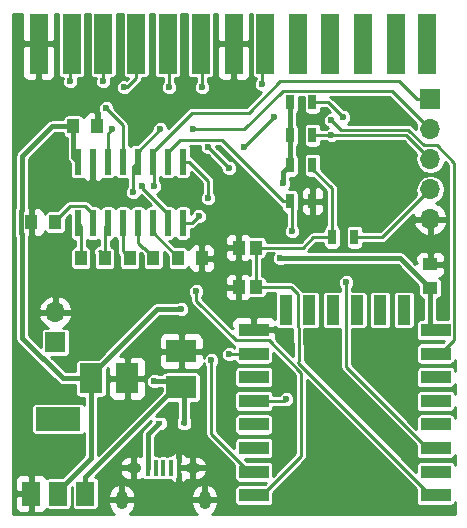
<source format=gbr>
G04 #@! TF.FileFunction,Copper,L1,Top,Signal*
%FSLAX46Y46*%
G04 Gerber Fmt 4.6, Leading zero omitted, Abs format (unit mm)*
G04 Created by KiCad (PCBNEW 4.0.7) date Thursday, 17 May 2018 'PMt' 20:57:55*
%MOMM*%
%LPD*%
G01*
G04 APERTURE LIST*
%ADD10C,0.100000*%
%ADD11C,0.600000*%
%ADD12R,1.000000X1.250000*%
%ADD13R,2.500000X1.950000*%
%ADD14R,1.250000X1.000000*%
%ADD15R,1.950000X2.500000*%
%ADD16R,0.600000X0.450000*%
%ADD17R,1.524000X5.080000*%
%ADD18R,0.400000X1.350000*%
%ADD19O,1.250000X0.950000*%
%ADD20O,1.000000X1.550000*%
%ADD21R,1.700000X1.700000*%
%ADD22O,1.700000X1.700000*%
%ADD23R,0.700000X1.300000*%
%ADD24R,0.600000X2.200000*%
%ADD25R,2.500000X1.100000*%
%ADD26R,1.100000X2.500000*%
%ADD27R,3.800000X2.000000*%
%ADD28R,1.500000X2.000000*%
%ADD29R,1.050000X1.150000*%
%ADD30C,0.250000*%
%ADD31C,0.400000*%
%ADD32C,0.254000*%
G04 APERTURE END LIST*
D10*
D11*
X113284000Y-97536000D03*
X113538000Y-105410000D03*
X113284000Y-95250000D03*
X125984000Y-92964000D03*
X104394000Y-105410000D03*
X98298000Y-88138000D03*
X126238000Y-120650000D03*
X120904000Y-120650000D03*
X122936000Y-117094000D03*
X122428000Y-109220000D03*
X127508000Y-88900000D03*
X126238000Y-95758000D03*
X99060000Y-94742000D03*
X100584000Y-103124000D03*
X98552000Y-101600000D03*
D12*
X101743000Y-101346000D03*
X103743000Y-101346000D03*
X105870500Y-101346000D03*
X107870500Y-101346000D03*
X99552000Y-98298000D03*
X97552000Y-98298000D03*
X109982000Y-101346000D03*
X111982000Y-101346000D03*
X101108000Y-90170000D03*
X103108000Y-90170000D03*
D13*
X110236000Y-112268000D03*
X110236000Y-109218000D03*
D14*
X131318000Y-103870000D03*
X131318000Y-101870000D03*
D15*
X102615000Y-111506000D03*
X105665000Y-111506000D03*
D16*
X110490000Y-115316000D03*
X108390000Y-115316000D03*
D17*
X98171000Y-83185000D03*
X100965000Y-83185000D03*
X103632000Y-83185000D03*
X106426000Y-83185000D03*
X109093000Y-83185000D03*
X111887000Y-83185000D03*
X114681000Y-83185000D03*
X117348000Y-83185000D03*
X120142000Y-83185000D03*
X122809000Y-83185000D03*
X125603000Y-83185000D03*
X128397000Y-83185000D03*
X131064000Y-83185000D03*
D18*
X107411100Y-119087460D03*
X108061100Y-119087460D03*
X108711100Y-119087460D03*
X109361100Y-119087460D03*
X110011100Y-119087460D03*
D19*
X106211100Y-119087460D03*
X111211100Y-119087460D03*
D20*
X105211100Y-121787460D03*
X112211100Y-121787460D03*
D21*
X99568000Y-108458000D03*
D22*
X99568000Y-105918000D03*
D23*
X119446000Y-88138000D03*
X121346000Y-88138000D03*
X121346000Y-96520000D03*
X119446000Y-96520000D03*
X121346000Y-93472000D03*
X119446000Y-93472000D03*
X121346000Y-90932000D03*
X119446000Y-90932000D03*
D24*
X101473000Y-93158000D03*
X101473000Y-98358000D03*
X102743000Y-93158000D03*
X102743000Y-98358000D03*
X104013000Y-93158000D03*
X104013000Y-98358000D03*
X105283000Y-93158000D03*
X105283000Y-98358000D03*
X106553000Y-93158000D03*
X106553000Y-98358000D03*
X107823000Y-93158000D03*
X107823000Y-98358000D03*
X109093000Y-93158000D03*
X109093000Y-98358000D03*
X110363000Y-93158000D03*
X110363000Y-98358000D03*
D25*
X131764000Y-121412000D03*
X131764000Y-119412000D03*
X131764000Y-117412000D03*
X131764000Y-115412000D03*
X131764000Y-113412000D03*
X131764000Y-111412000D03*
X131764000Y-109412000D03*
X131764000Y-107412000D03*
X116364000Y-107412000D03*
X116364000Y-109412000D03*
X116364000Y-111412000D03*
X116364000Y-113412000D03*
X116364000Y-115412000D03*
X116364000Y-117412000D03*
X116364000Y-119412000D03*
X116364000Y-121412000D03*
D26*
X129074000Y-105712000D03*
X127074000Y-105712000D03*
X125074000Y-105712000D03*
X123074000Y-105712000D03*
X121074000Y-105712000D03*
X119074000Y-105712000D03*
D27*
X99822000Y-114960000D03*
D28*
X99822000Y-121260000D03*
X102122000Y-121260000D03*
X97522000Y-121260000D03*
D21*
X131318000Y-87884000D03*
D22*
X131318000Y-90424000D03*
X131318000Y-92964000D03*
X131318000Y-95504000D03*
X131318000Y-98044000D03*
D23*
X123002000Y-99568000D03*
X124902000Y-99568000D03*
D29*
X115099000Y-100433000D03*
X115099000Y-103783000D03*
X116549000Y-100433000D03*
X116549000Y-103783000D03*
D11*
X110236000Y-105664000D03*
X118872000Y-94996000D03*
X118618000Y-101346000D03*
X107950000Y-111760000D03*
X100838000Y-86360000D03*
X103886000Y-88646000D03*
X103632000Y-86360004D03*
X104394000Y-90424000D03*
X105409998Y-86868000D03*
X109220000Y-86868000D03*
X112522000Y-91948000D03*
X114300000Y-93726000D03*
X112014000Y-86868000D03*
X117094000Y-86614000D03*
X107950000Y-95250000D03*
X111506000Y-104140000D03*
X106172000Y-95758000D03*
X112776000Y-109982000D03*
X108458000Y-90424000D03*
X111252000Y-90424000D03*
X106934000Y-95250000D03*
X111721997Y-97790000D03*
X123952000Y-89408000D03*
X124206000Y-103378000D03*
X122936000Y-90932000D03*
X119126000Y-113284000D03*
X112522000Y-96266000D03*
X115570000Y-91948000D03*
X118110000Y-89408000D03*
X122936000Y-89662000D03*
X119634000Y-99060000D03*
X114300000Y-109474000D03*
D30*
X101743000Y-101346000D02*
X101743000Y-98628000D01*
X101743000Y-98628000D02*
X101473000Y-98358000D01*
X102028500Y-101663500D02*
X102028500Y-100788500D01*
X103743000Y-101346000D02*
X103743000Y-98628000D01*
X103743000Y-98628000D02*
X104013000Y-98358000D01*
X104140000Y-101475000D02*
X104140000Y-101600000D01*
X103265000Y-100725000D02*
X103390000Y-100725000D01*
X103390000Y-100725000D02*
X104140000Y-101475000D01*
X105283000Y-98358000D02*
X105283000Y-100758500D01*
X105283000Y-100758500D02*
X105870500Y-101346000D01*
X106553000Y-98358000D02*
X106553000Y-100028500D01*
X107120500Y-100471000D02*
X107870500Y-101221000D01*
X106553000Y-100028500D02*
X106995500Y-100471000D01*
X106995500Y-100471000D02*
X107120500Y-100471000D01*
X107870500Y-101221000D02*
X107870500Y-101346000D01*
X99552000Y-98298000D02*
X99552000Y-98173000D01*
X99552000Y-98173000D02*
X100792001Y-96932999D01*
X100792001Y-96932999D02*
X102117999Y-96932999D01*
X102117999Y-96932999D02*
X102743000Y-97558000D01*
X102743000Y-97558000D02*
X102743000Y-98358000D01*
X112014000Y-100943000D02*
X112014000Y-101092000D01*
X107823000Y-98358000D02*
X107823000Y-99158000D01*
X109982000Y-101317000D02*
X109982000Y-101346000D01*
X107823000Y-99158000D02*
X109982000Y-101317000D01*
D31*
X110236000Y-105664000D02*
X108182000Y-105664000D01*
X108182000Y-105664000D02*
X102615000Y-111231000D01*
X102615000Y-111231000D02*
X102615000Y-111506000D01*
X102615000Y-111506000D02*
X100195998Y-111506000D01*
X100195998Y-111506000D02*
X96774000Y-108084002D01*
X96774000Y-108084002D02*
X96774000Y-99323001D01*
X99314000Y-90170000D02*
X101108000Y-90170000D01*
X96774000Y-99323001D02*
X96731999Y-99323001D01*
X96731999Y-99323001D02*
X96651999Y-99243001D01*
X96651999Y-99243001D02*
X96651999Y-97352999D01*
X96651999Y-97352999D02*
X96731999Y-97272999D01*
X96731999Y-97272999D02*
X96774000Y-97272999D01*
X96774000Y-97272999D02*
X96774000Y-92710000D01*
X96774000Y-92710000D02*
X99314000Y-90170000D01*
X119446000Y-90932000D02*
X119446000Y-88138000D01*
X119446000Y-93472000D02*
X119446000Y-90932000D01*
X118872000Y-94996000D02*
X118872000Y-94046000D01*
X118872000Y-94046000D02*
X119446000Y-93472000D01*
X118618000Y-101346000D02*
X128794000Y-101346000D01*
X128794000Y-101346000D02*
X131318000Y-103870000D01*
X131318000Y-103870000D02*
X131318000Y-107158000D01*
X131318000Y-107158000D02*
X131064000Y-107412000D01*
X101108000Y-90170000D02*
X101108000Y-92793000D01*
X101108000Y-92793000D02*
X101473000Y-93158000D01*
X99822000Y-121260000D02*
X99822000Y-121010000D01*
X99822000Y-121010000D02*
X102615000Y-118217000D01*
X102615000Y-118217000D02*
X102615000Y-111506000D01*
X107950000Y-111760000D02*
X109728000Y-111760000D01*
X109728000Y-111760000D02*
X110236000Y-112268000D01*
X109961000Y-112268000D02*
X110236000Y-112268000D01*
X102122000Y-121260000D02*
X102122000Y-119860000D01*
X102122000Y-119860000D02*
X109714000Y-112268000D01*
X109714000Y-112268000D02*
X110236000Y-112268000D01*
X110490000Y-115316000D02*
X110490000Y-112522000D01*
X110490000Y-112522000D02*
X110236000Y-112268000D01*
X107411100Y-119087460D02*
X107411100Y-116219900D01*
X107411100Y-116219900D02*
X108315000Y-115316000D01*
X108315000Y-115316000D02*
X108390000Y-115316000D01*
D30*
X100838000Y-86360000D02*
X100838000Y-83312000D01*
X100838000Y-83312000D02*
X100965000Y-83185000D01*
X105283000Y-90043000D02*
X103886000Y-88646000D01*
X105283000Y-93158000D02*
X105283000Y-90043000D01*
X103632000Y-83185000D02*
X103632000Y-86360004D01*
X104013000Y-93158000D02*
X104013000Y-90805000D01*
X104013000Y-90805000D02*
X104394000Y-90424000D01*
X103378000Y-83439000D02*
X103632000Y-83185000D01*
X105664000Y-86868000D02*
X105409998Y-86868000D01*
X106426000Y-83185000D02*
X106426000Y-86106000D01*
X106426000Y-86106000D02*
X105664000Y-86868000D01*
X109220000Y-86868000D02*
X109220000Y-83312000D01*
X109220000Y-83312000D02*
X109093000Y-83185000D01*
X114300000Y-93726000D02*
X112522000Y-91948000D01*
X112014000Y-86868000D02*
X112014000Y-83312000D01*
X112014000Y-83312000D02*
X111887000Y-83185000D01*
X117094000Y-86614000D02*
X117094000Y-83439000D01*
X117094000Y-83439000D02*
X117348000Y-83185000D01*
X118618000Y-86360000D02*
X128694000Y-86360000D01*
X128694000Y-86360000D02*
X130218000Y-87884000D01*
X130218000Y-87884000D02*
X131318000Y-87884000D01*
X115960999Y-89017001D02*
X118618000Y-86360000D01*
X107823000Y-92358000D02*
X111163999Y-89017001D01*
X111163999Y-89017001D02*
X115960999Y-89017001D01*
X120396000Y-118080000D02*
X120396000Y-111058998D01*
X120396000Y-111058998D02*
X117624003Y-108287001D01*
X117624003Y-108287001D02*
X114853999Y-108287001D01*
X114853999Y-108287001D02*
X111506000Y-104939002D01*
X111506000Y-104939002D02*
X111506000Y-104140000D01*
X117064000Y-121412000D02*
X120396000Y-118080000D01*
X107823000Y-92358000D02*
X107823000Y-93158000D01*
X107950000Y-95250000D02*
X107950000Y-93285000D01*
X107950000Y-93285000D02*
X107823000Y-93158000D01*
X106172000Y-95758000D02*
X106172000Y-93539000D01*
X106172000Y-93539000D02*
X106553000Y-93158000D01*
X115978998Y-119412000D02*
X112776000Y-116209002D01*
X112776000Y-116209002D02*
X112776000Y-109982000D01*
X108458000Y-90424000D02*
X106553000Y-92329000D01*
X106553000Y-92329000D02*
X106553000Y-93158000D01*
X131318000Y-90424000D02*
X128056999Y-87162999D01*
X118835999Y-87162999D02*
X115574998Y-90424000D01*
X128056999Y-87162999D02*
X118835999Y-87162999D01*
X115574998Y-90424000D02*
X111252000Y-90424000D01*
X117064000Y-119412000D02*
X115978998Y-119412000D01*
X106553000Y-93958000D02*
X106553000Y-93158000D01*
X106553000Y-92358000D02*
X106553000Y-93158000D01*
X124902000Y-99568000D02*
X127254000Y-99568000D01*
X127254000Y-99568000D02*
X131318000Y-95504000D01*
X109093000Y-98358000D02*
X109093000Y-97558000D01*
X106934000Y-95399000D02*
X106934000Y-95250000D01*
X109093000Y-97558000D02*
X106934000Y-95399000D01*
X110363000Y-98358000D02*
X111153997Y-98358000D01*
X111153997Y-98358000D02*
X111721997Y-97790000D01*
X123952000Y-89408000D02*
X122682000Y-88138000D01*
X122682000Y-88138000D02*
X121346000Y-88138000D01*
X131064000Y-117412000D02*
X124198999Y-110546999D01*
X124198999Y-110546999D02*
X124198999Y-103385001D01*
X124198999Y-103385001D02*
X124206000Y-103378000D01*
X116549000Y-103783000D02*
X116549000Y-100433000D01*
X120142000Y-110168588D02*
X120172443Y-109951557D01*
X120172443Y-109951557D02*
X120142000Y-104394998D01*
X123002000Y-95428000D02*
X123002000Y-99568000D01*
X119530002Y-103783000D02*
X116549000Y-103783000D01*
X120142000Y-104394998D02*
X119530002Y-103783000D01*
X131064000Y-121090588D02*
X120142000Y-110168588D01*
X131064000Y-121412000D02*
X131064000Y-121090588D01*
X121412000Y-99568000D02*
X120547000Y-100433000D01*
X120547000Y-100433000D02*
X116549000Y-100433000D01*
X123002000Y-99568000D02*
X121412000Y-99568000D01*
X121346000Y-93472000D02*
X121346000Y-93772000D01*
X121346000Y-93772000D02*
X123002000Y-95428000D01*
D31*
X116609010Y-103843010D02*
X116609010Y-103783000D01*
D30*
X121346000Y-90932000D02*
X122936000Y-90932000D01*
X117064000Y-113412000D02*
X118998000Y-113412000D01*
X118998000Y-113412000D02*
X119126000Y-113284000D01*
X121346000Y-90932000D02*
X129286000Y-90932000D01*
X129286000Y-90932000D02*
X131318000Y-92964000D01*
X112522000Y-96266000D02*
X112522000Y-94767000D01*
X112522000Y-94767000D02*
X110913000Y-93158000D01*
X110913000Y-93158000D02*
X110363000Y-93158000D01*
X118110000Y-89408000D02*
X115570000Y-91948000D01*
X132149002Y-109412000D02*
X133339001Y-108222001D01*
X133339001Y-108222001D02*
X133339001Y-93245999D01*
X133339001Y-93245999D02*
X131882001Y-91788999D01*
X123755990Y-90481990D02*
X122936000Y-89662000D01*
X131882001Y-91788999D02*
X130779409Y-91788999D01*
X130779409Y-91788999D02*
X129472400Y-90481990D01*
X129472400Y-90481990D02*
X123755990Y-90481990D01*
X132149002Y-109412000D02*
X131064000Y-109412000D01*
X131026441Y-109449559D02*
X131064000Y-109412000D01*
X119446000Y-96520000D02*
X118846000Y-96520000D01*
X118846000Y-96520000D02*
X113648999Y-91322999D01*
X113648999Y-91322999D02*
X110128001Y-91322999D01*
X110128001Y-91322999D02*
X109093000Y-92358000D01*
X109093000Y-92358000D02*
X109093000Y-93158000D01*
X109093000Y-93958000D02*
X109093000Y-93158000D01*
X119634000Y-99060000D02*
X119634000Y-96708000D01*
X119634000Y-96708000D02*
X119446000Y-96520000D01*
X117064000Y-109412000D02*
X114362000Y-109412000D01*
X114362000Y-109412000D02*
X114300000Y-109474000D01*
D32*
G36*
X96774000Y-82899250D02*
X96932750Y-83058000D01*
X98044000Y-83058000D01*
X98044000Y-83038000D01*
X98298000Y-83038000D01*
X98298000Y-83058000D01*
X99409250Y-83058000D01*
X99568000Y-82899250D01*
X99568000Y-80645000D01*
X99814536Y-80645000D01*
X99814536Y-85725000D01*
X99841103Y-85866190D01*
X99924546Y-85995865D01*
X100051866Y-86082859D01*
X100202995Y-86113463D01*
X100157118Y-86223946D01*
X100156882Y-86494865D01*
X100260339Y-86745252D01*
X100451741Y-86936987D01*
X100701946Y-87040882D01*
X100972865Y-87041118D01*
X101223252Y-86937661D01*
X101414987Y-86746259D01*
X101518882Y-86496054D01*
X101519118Y-86225135D01*
X101472977Y-86113464D01*
X101727000Y-86113464D01*
X101868190Y-86086897D01*
X101997865Y-86003454D01*
X102084859Y-85876134D01*
X102115464Y-85725000D01*
X102115464Y-80645000D01*
X102481536Y-80645000D01*
X102481536Y-85725000D01*
X102508103Y-85866190D01*
X102591546Y-85995865D01*
X102718866Y-86082859D01*
X102870000Y-86113464D01*
X102996996Y-86113464D01*
X102951118Y-86223950D01*
X102950882Y-86494869D01*
X103054339Y-86745256D01*
X103245741Y-86936991D01*
X103495946Y-87040886D01*
X103766865Y-87041122D01*
X104017252Y-86937665D01*
X104208987Y-86746263D01*
X104312882Y-86496058D01*
X104313118Y-86225139D01*
X104266975Y-86113464D01*
X104394000Y-86113464D01*
X104535190Y-86086897D01*
X104664865Y-86003454D01*
X104751859Y-85876134D01*
X104782464Y-85725000D01*
X104782464Y-80645000D01*
X105275536Y-80645000D01*
X105275536Y-85725000D01*
X105302103Y-85866190D01*
X105385546Y-85995865D01*
X105512866Y-86082859D01*
X105664000Y-86113464D01*
X105702944Y-86113464D01*
X105604867Y-86211541D01*
X105546052Y-86187118D01*
X105275133Y-86186882D01*
X105024746Y-86290339D01*
X104833011Y-86481741D01*
X104729116Y-86731946D01*
X104728880Y-87002865D01*
X104832337Y-87253252D01*
X105023739Y-87444987D01*
X105273944Y-87548882D01*
X105544863Y-87549118D01*
X105795250Y-87445661D01*
X105986985Y-87254259D01*
X105989975Y-87247058D01*
X106021796Y-87225796D01*
X106783796Y-86463796D01*
X106893483Y-86299638D01*
X106930515Y-86113464D01*
X107188000Y-86113464D01*
X107329190Y-86086897D01*
X107458865Y-86003454D01*
X107545859Y-85876134D01*
X107576464Y-85725000D01*
X107576464Y-80645000D01*
X107942536Y-80645000D01*
X107942536Y-85725000D01*
X107969103Y-85866190D01*
X108052546Y-85995865D01*
X108179866Y-86082859D01*
X108331000Y-86113464D01*
X108714000Y-86113464D01*
X108714000Y-86410877D01*
X108643013Y-86481741D01*
X108539118Y-86731946D01*
X108538882Y-87002865D01*
X108642339Y-87253252D01*
X108833741Y-87444987D01*
X109083946Y-87548882D01*
X109354865Y-87549118D01*
X109605252Y-87445661D01*
X109796987Y-87254259D01*
X109900882Y-87004054D01*
X109901118Y-86733135D01*
X109797661Y-86482748D01*
X109726000Y-86410962D01*
X109726000Y-86113464D01*
X109855000Y-86113464D01*
X109996190Y-86086897D01*
X110125865Y-86003454D01*
X110212859Y-85876134D01*
X110243464Y-85725000D01*
X110243464Y-80645000D01*
X110736536Y-80645000D01*
X110736536Y-85725000D01*
X110763103Y-85866190D01*
X110846546Y-85995865D01*
X110973866Y-86082859D01*
X111125000Y-86113464D01*
X111508000Y-86113464D01*
X111508000Y-86410877D01*
X111437013Y-86481741D01*
X111333118Y-86731946D01*
X111332882Y-87002865D01*
X111436339Y-87253252D01*
X111627741Y-87444987D01*
X111877946Y-87548882D01*
X112148865Y-87549118D01*
X112399252Y-87445661D01*
X112590987Y-87254259D01*
X112694882Y-87004054D01*
X112695118Y-86733135D01*
X112591661Y-86482748D01*
X112520000Y-86410962D01*
X112520000Y-86113464D01*
X112649000Y-86113464D01*
X112790190Y-86086897D01*
X112919865Y-86003454D01*
X113006859Y-85876134D01*
X113037464Y-85725000D01*
X113037464Y-83470750D01*
X113284000Y-83470750D01*
X113284000Y-85851309D01*
X113380673Y-86084698D01*
X113559301Y-86263327D01*
X113792690Y-86360000D01*
X114395250Y-86360000D01*
X114554000Y-86201250D01*
X114554000Y-83312000D01*
X114808000Y-83312000D01*
X114808000Y-86201250D01*
X114966750Y-86360000D01*
X115569310Y-86360000D01*
X115802699Y-86263327D01*
X115981327Y-86084698D01*
X116078000Y-85851309D01*
X116078000Y-83470750D01*
X115919250Y-83312000D01*
X114808000Y-83312000D01*
X114554000Y-83312000D01*
X113442750Y-83312000D01*
X113284000Y-83470750D01*
X113037464Y-83470750D01*
X113037464Y-80645000D01*
X113284000Y-80645000D01*
X113284000Y-82899250D01*
X113442750Y-83058000D01*
X114554000Y-83058000D01*
X114554000Y-83038000D01*
X114808000Y-83038000D01*
X114808000Y-83058000D01*
X115919250Y-83058000D01*
X116078000Y-82899250D01*
X116078000Y-80645000D01*
X116197536Y-80645000D01*
X116197536Y-85725000D01*
X116224103Y-85866190D01*
X116307546Y-85995865D01*
X116434866Y-86082859D01*
X116586000Y-86113464D01*
X116588000Y-86113464D01*
X116588000Y-86156877D01*
X116517013Y-86227741D01*
X116413118Y-86477946D01*
X116412882Y-86748865D01*
X116516339Y-86999252D01*
X116707741Y-87190987D01*
X116957946Y-87294882D01*
X116967518Y-87294890D01*
X115751407Y-88511001D01*
X111163999Y-88511001D01*
X110970361Y-88549518D01*
X110806203Y-88659205D01*
X109139086Y-90326322D01*
X109139118Y-90289135D01*
X109035661Y-90038748D01*
X108844259Y-89847013D01*
X108594054Y-89743118D01*
X108323135Y-89742882D01*
X108072748Y-89846339D01*
X107881013Y-90037741D01*
X107777118Y-90287946D01*
X107777030Y-90389378D01*
X106496872Y-91669536D01*
X106253000Y-91669536D01*
X106111810Y-91696103D01*
X105982135Y-91779546D01*
X105917470Y-91874187D01*
X105861454Y-91787135D01*
X105789000Y-91737629D01*
X105789000Y-90043000D01*
X105750483Y-89849362D01*
X105640796Y-89685204D01*
X104567031Y-88611439D01*
X104567118Y-88511135D01*
X104463661Y-88260748D01*
X104272259Y-88069013D01*
X104022054Y-87965118D01*
X103751135Y-87964882D01*
X103500748Y-88068339D01*
X103309013Y-88259741D01*
X103205118Y-88509946D01*
X103204882Y-88780865D01*
X103297860Y-89005890D01*
X103235000Y-89068750D01*
X103235000Y-90043000D01*
X103255000Y-90043000D01*
X103255000Y-90297000D01*
X103235000Y-90297000D01*
X103235000Y-90317000D01*
X102981000Y-90317000D01*
X102981000Y-90297000D01*
X102961000Y-90297000D01*
X102961000Y-90043000D01*
X102981000Y-90043000D01*
X102981000Y-89068750D01*
X102822250Y-88910000D01*
X102481691Y-88910000D01*
X102248302Y-89006673D01*
X102069673Y-89185301D01*
X101973000Y-89418690D01*
X101973000Y-89420301D01*
X101969897Y-89403810D01*
X101886454Y-89274135D01*
X101759134Y-89187141D01*
X101608000Y-89156536D01*
X100608000Y-89156536D01*
X100466810Y-89183103D01*
X100337135Y-89266546D01*
X100250141Y-89393866D01*
X100219536Y-89545000D01*
X100219536Y-89589000D01*
X99314000Y-89589000D01*
X99091661Y-89633226D01*
X98903171Y-89759171D01*
X96363171Y-92299171D01*
X96237226Y-92487661D01*
X96193000Y-92710000D01*
X96193000Y-97014261D01*
X96115225Y-97130660D01*
X96070999Y-97352999D01*
X96070999Y-99243001D01*
X96115225Y-99465340D01*
X96193000Y-99581739D01*
X96193000Y-108084002D01*
X96237226Y-108306341D01*
X96363171Y-108494831D01*
X99785169Y-111916829D01*
X99973659Y-112042774D01*
X100195998Y-112087000D01*
X101251536Y-112087000D01*
X101251536Y-112756000D01*
X101278103Y-112897190D01*
X101361546Y-113026865D01*
X101488866Y-113113859D01*
X101640000Y-113144464D01*
X102034000Y-113144464D01*
X102034000Y-113741267D01*
X102000454Y-113689135D01*
X101873134Y-113602141D01*
X101722000Y-113571536D01*
X97922000Y-113571536D01*
X97780810Y-113598103D01*
X97651135Y-113681546D01*
X97564141Y-113808866D01*
X97533536Y-113960000D01*
X97533536Y-115960000D01*
X97560103Y-116101190D01*
X97643546Y-116230865D01*
X97770866Y-116317859D01*
X97922000Y-116348464D01*
X101722000Y-116348464D01*
X101863190Y-116321897D01*
X101992865Y-116238454D01*
X102034000Y-116178251D01*
X102034000Y-117976342D01*
X100138806Y-119871536D01*
X99072000Y-119871536D01*
X98930810Y-119898103D01*
X98834963Y-119959778D01*
X98810327Y-119900302D01*
X98631699Y-119721673D01*
X98398310Y-119625000D01*
X97807750Y-119625000D01*
X97649000Y-119783750D01*
X97649000Y-121133000D01*
X97669000Y-121133000D01*
X97669000Y-121387000D01*
X97649000Y-121387000D01*
X97649000Y-122736250D01*
X97807750Y-122895000D01*
X98398310Y-122895000D01*
X98631699Y-122798327D01*
X98810327Y-122619698D01*
X98835304Y-122559397D01*
X98920866Y-122617859D01*
X99072000Y-122648464D01*
X100572000Y-122648464D01*
X100713190Y-122621897D01*
X100842865Y-122538454D01*
X100929859Y-122411134D01*
X100960464Y-122260000D01*
X100960464Y-120693194D01*
X100983536Y-120670122D01*
X100983536Y-122260000D01*
X101010103Y-122401190D01*
X101093546Y-122530865D01*
X101220866Y-122617859D01*
X101372000Y-122648464D01*
X102872000Y-122648464D01*
X103013190Y-122621897D01*
X103142865Y-122538454D01*
X103229859Y-122411134D01*
X103260464Y-122260000D01*
X103260464Y-121385460D01*
X104076100Y-121385460D01*
X104076100Y-121660460D01*
X105084100Y-121660460D01*
X105084100Y-120544506D01*
X105338100Y-120544506D01*
X105338100Y-121660460D01*
X106346100Y-121660460D01*
X106346100Y-121385460D01*
X111076100Y-121385460D01*
X111076100Y-121660460D01*
X112084100Y-121660460D01*
X112084100Y-120544506D01*
X112338100Y-120544506D01*
X112338100Y-121660460D01*
X113346100Y-121660460D01*
X113346100Y-121385460D01*
X113211102Y-120960782D01*
X112923863Y-120620092D01*
X112512974Y-120418341D01*
X112338100Y-120544506D01*
X112084100Y-120544506D01*
X111909226Y-120418341D01*
X111498337Y-120620092D01*
X111211098Y-120960782D01*
X111076100Y-121385460D01*
X106346100Y-121385460D01*
X106211102Y-120960782D01*
X105923863Y-120620092D01*
X105512974Y-120418341D01*
X105338100Y-120544506D01*
X105084100Y-120544506D01*
X104909226Y-120418341D01*
X104498337Y-120620092D01*
X104211098Y-120960782D01*
X104076100Y-121385460D01*
X103260464Y-121385460D01*
X103260464Y-120260000D01*
X103233897Y-120118810D01*
X103150454Y-119989135D01*
X103023134Y-119902141D01*
X102921997Y-119881661D01*
X103418260Y-119385398D01*
X104991832Y-119385398D01*
X105175548Y-119759281D01*
X105500051Y-120047028D01*
X105909969Y-120188689D01*
X106084100Y-120040023D01*
X106084100Y-119214460D01*
X105118366Y-119214460D01*
X104991832Y-119385398D01*
X103418260Y-119385398D01*
X104014136Y-118789522D01*
X104991832Y-118789522D01*
X105118366Y-118960460D01*
X106084100Y-118960460D01*
X106084100Y-118134897D01*
X105909969Y-117986231D01*
X105500051Y-118127892D01*
X105175548Y-118415639D01*
X104991832Y-118789522D01*
X104014136Y-118789522D01*
X107701536Y-115102122D01*
X107701536Y-115107806D01*
X107000271Y-115809071D01*
X106874326Y-115997561D01*
X106830100Y-116219900D01*
X106830100Y-118096081D01*
X106512231Y-117986231D01*
X106338100Y-118134897D01*
X106338100Y-118960460D01*
X106358100Y-118960460D01*
X106358100Y-119214460D01*
X106338100Y-119214460D01*
X106338100Y-120040023D01*
X106512231Y-120188689D01*
X106922149Y-120047028D01*
X106935445Y-120035238D01*
X107059966Y-120120319D01*
X107211100Y-120150924D01*
X107611100Y-120150924D01*
X107740688Y-120126540D01*
X107861100Y-120150924D01*
X108261100Y-120150924D01*
X108390688Y-120126540D01*
X108511100Y-120150924D01*
X108911100Y-120150924D01*
X109040688Y-120126540D01*
X109161100Y-120150924D01*
X109301539Y-120150924D01*
X109451401Y-120300787D01*
X109684790Y-120397460D01*
X109752350Y-120397460D01*
X109911100Y-120238710D01*
X109911100Y-119925096D01*
X109918959Y-119913594D01*
X109949564Y-119762460D01*
X109949564Y-119385398D01*
X109991832Y-119385398D01*
X110111100Y-119628122D01*
X110111100Y-120238710D01*
X110269850Y-120397460D01*
X110337410Y-120397460D01*
X110570799Y-120300787D01*
X110741215Y-120130370D01*
X110909969Y-120188689D01*
X111084100Y-120040023D01*
X111084100Y-119214460D01*
X111338100Y-119214460D01*
X111338100Y-120040023D01*
X111512231Y-120188689D01*
X111922149Y-120047028D01*
X112246652Y-119759281D01*
X112430368Y-119385398D01*
X112303834Y-119214460D01*
X111338100Y-119214460D01*
X111084100Y-119214460D01*
X110111100Y-119214460D01*
X110111100Y-119224276D01*
X109991832Y-119385398D01*
X109949564Y-119385398D01*
X109949564Y-118789522D01*
X109991832Y-118789522D01*
X110111100Y-118950644D01*
X110111100Y-118960460D01*
X111084100Y-118960460D01*
X111084100Y-118134897D01*
X111338100Y-118134897D01*
X111338100Y-118960460D01*
X112303834Y-118960460D01*
X112430368Y-118789522D01*
X112246652Y-118415639D01*
X111922149Y-118127892D01*
X111512231Y-117986231D01*
X111338100Y-118134897D01*
X111084100Y-118134897D01*
X110909969Y-117986231D01*
X110741215Y-118044550D01*
X110570799Y-117874133D01*
X110337410Y-117777460D01*
X110269850Y-117777460D01*
X110111100Y-117936210D01*
X110111100Y-118546798D01*
X109991832Y-118789522D01*
X109949564Y-118789522D01*
X109949564Y-118412460D01*
X109922997Y-118271270D01*
X109911100Y-118252781D01*
X109911100Y-117936210D01*
X109752350Y-117777460D01*
X109684790Y-117777460D01*
X109451401Y-117874133D01*
X109301539Y-118023996D01*
X109161100Y-118023996D01*
X109031512Y-118048380D01*
X108911100Y-118023996D01*
X108511100Y-118023996D01*
X108381512Y-118048380D01*
X108261100Y-118023996D01*
X107992100Y-118023996D01*
X107992100Y-116460558D01*
X108523194Y-115929464D01*
X108690000Y-115929464D01*
X108831190Y-115902897D01*
X108960865Y-115819454D01*
X109047859Y-115692134D01*
X109078464Y-115541000D01*
X109078464Y-115091000D01*
X109051897Y-114949810D01*
X108968454Y-114820135D01*
X108841134Y-114733141D01*
X108690000Y-114702536D01*
X108101122Y-114702536D01*
X109172194Y-113631464D01*
X109909000Y-113631464D01*
X109909000Y-114827379D01*
X109832141Y-114939866D01*
X109801536Y-115091000D01*
X109801536Y-115541000D01*
X109828103Y-115682190D01*
X109911546Y-115811865D01*
X110038866Y-115898859D01*
X110190000Y-115929464D01*
X110790000Y-115929464D01*
X110931190Y-115902897D01*
X111060865Y-115819454D01*
X111147859Y-115692134D01*
X111178464Y-115541000D01*
X111178464Y-115091000D01*
X111151897Y-114949810D01*
X111071000Y-114824092D01*
X111071000Y-113631464D01*
X111486000Y-113631464D01*
X111627190Y-113604897D01*
X111756865Y-113521454D01*
X111843859Y-113394134D01*
X111874464Y-113243000D01*
X111874464Y-111293000D01*
X111847897Y-111151810D01*
X111764454Y-111022135D01*
X111637134Y-110935141D01*
X111486000Y-110904536D01*
X108986000Y-110904536D01*
X108844810Y-110931103D01*
X108715135Y-111014546D01*
X108628141Y-111141866D01*
X108620621Y-111179000D01*
X108326595Y-111179000D01*
X108086054Y-111079118D01*
X107815135Y-111078882D01*
X107564748Y-111182339D01*
X107373013Y-111373741D01*
X107269118Y-111623946D01*
X107268977Y-111785727D01*
X107116250Y-111633000D01*
X105792000Y-111633000D01*
X105792000Y-113232250D01*
X105950750Y-113391000D01*
X106766309Y-113391000D01*
X106999698Y-113294327D01*
X107178327Y-113115699D01*
X107275000Y-112882310D01*
X107275000Y-111909672D01*
X107372339Y-112145252D01*
X107563741Y-112336987D01*
X107813946Y-112440882D01*
X108084865Y-112441118D01*
X108327171Y-112341000D01*
X108597536Y-112341000D01*
X108597536Y-112562806D01*
X103196000Y-117964342D01*
X103196000Y-113144464D01*
X103590000Y-113144464D01*
X103731190Y-113117897D01*
X103860865Y-113034454D01*
X103947859Y-112907134D01*
X103978464Y-112756000D01*
X103978464Y-111791750D01*
X104055000Y-111791750D01*
X104055000Y-112882310D01*
X104151673Y-113115699D01*
X104330302Y-113294327D01*
X104563691Y-113391000D01*
X105379250Y-113391000D01*
X105538000Y-113232250D01*
X105538000Y-111633000D01*
X104213750Y-111633000D01*
X104055000Y-111791750D01*
X103978464Y-111791750D01*
X103978464Y-110689194D01*
X104055000Y-110612658D01*
X104055000Y-111220250D01*
X104213750Y-111379000D01*
X105538000Y-111379000D01*
X105538000Y-109779750D01*
X105792000Y-109779750D01*
X105792000Y-111379000D01*
X107116250Y-111379000D01*
X107275000Y-111220250D01*
X107275000Y-110129690D01*
X107178327Y-109896301D01*
X106999698Y-109717673D01*
X106766309Y-109621000D01*
X105950750Y-109621000D01*
X105792000Y-109779750D01*
X105538000Y-109779750D01*
X105379250Y-109621000D01*
X105046658Y-109621000D01*
X105163908Y-109503750D01*
X108351000Y-109503750D01*
X108351000Y-110319309D01*
X108447673Y-110552698D01*
X108626301Y-110731327D01*
X108859690Y-110828000D01*
X109950250Y-110828000D01*
X110109000Y-110669250D01*
X110109000Y-109345000D01*
X108509750Y-109345000D01*
X108351000Y-109503750D01*
X105163908Y-109503750D01*
X106550967Y-108116691D01*
X108351000Y-108116691D01*
X108351000Y-108932250D01*
X108509750Y-109091000D01*
X110109000Y-109091000D01*
X110109000Y-107766750D01*
X110363000Y-107766750D01*
X110363000Y-109091000D01*
X111962250Y-109091000D01*
X112121000Y-108932250D01*
X112121000Y-108116691D01*
X112024327Y-107883302D01*
X111845699Y-107704673D01*
X111612310Y-107608000D01*
X110521750Y-107608000D01*
X110363000Y-107766750D01*
X110109000Y-107766750D01*
X109950250Y-107608000D01*
X108859690Y-107608000D01*
X108626301Y-107704673D01*
X108447673Y-107883302D01*
X108351000Y-108116691D01*
X106550967Y-108116691D01*
X108422658Y-106245000D01*
X109859405Y-106245000D01*
X110099946Y-106344882D01*
X110370865Y-106345118D01*
X110621252Y-106241661D01*
X110812987Y-106050259D01*
X110916882Y-105800054D01*
X110917118Y-105529135D01*
X110813661Y-105278748D01*
X110622259Y-105087013D01*
X110372054Y-104983118D01*
X110101135Y-104982882D01*
X109858829Y-105083000D01*
X108182000Y-105083000D01*
X107959661Y-105127226D01*
X107771171Y-105253171D01*
X103156806Y-109867536D01*
X101640000Y-109867536D01*
X101498810Y-109894103D01*
X101369135Y-109977546D01*
X101282141Y-110104866D01*
X101251536Y-110256000D01*
X101251536Y-110925000D01*
X100436656Y-110925000D01*
X99208120Y-109696464D01*
X100418000Y-109696464D01*
X100559190Y-109669897D01*
X100688865Y-109586454D01*
X100775859Y-109459134D01*
X100806464Y-109308000D01*
X100806464Y-107608000D01*
X100779897Y-107466810D01*
X100696454Y-107337135D01*
X100569134Y-107250141D01*
X100418000Y-107219536D01*
X100222895Y-107219536D01*
X100449358Y-107113183D01*
X100839645Y-106684924D01*
X101009476Y-106274890D01*
X100888155Y-106045000D01*
X99695000Y-106045000D01*
X99695000Y-106065000D01*
X99441000Y-106065000D01*
X99441000Y-106045000D01*
X98247845Y-106045000D01*
X98126524Y-106274890D01*
X98296355Y-106684924D01*
X98686642Y-107113183D01*
X98913105Y-107219536D01*
X98718000Y-107219536D01*
X98576810Y-107246103D01*
X98447135Y-107329546D01*
X98360141Y-107456866D01*
X98329536Y-107608000D01*
X98329536Y-108817880D01*
X97355000Y-107843344D01*
X97355000Y-105561110D01*
X98126524Y-105561110D01*
X98247845Y-105791000D01*
X99441000Y-105791000D01*
X99441000Y-104597181D01*
X99695000Y-104597181D01*
X99695000Y-105791000D01*
X100888155Y-105791000D01*
X101009476Y-105561110D01*
X100839645Y-105151076D01*
X100449358Y-104722817D01*
X99924892Y-104476514D01*
X99695000Y-104597181D01*
X99441000Y-104597181D01*
X99211108Y-104476514D01*
X98686642Y-104722817D01*
X98296355Y-105151076D01*
X98126524Y-105561110D01*
X97355000Y-105561110D01*
X97355000Y-103081691D01*
X113939000Y-103081691D01*
X113939000Y-103497250D01*
X114097750Y-103656000D01*
X114972000Y-103656000D01*
X114972000Y-102731750D01*
X114813250Y-102573000D01*
X114447690Y-102573000D01*
X114214301Y-102669673D01*
X114035673Y-102848302D01*
X113939000Y-103081691D01*
X97355000Y-103081691D01*
X97355000Y-99469250D01*
X97425000Y-99399250D01*
X97425000Y-98425000D01*
X97405000Y-98425000D01*
X97405000Y-98171000D01*
X97425000Y-98171000D01*
X97425000Y-97196750D01*
X97355000Y-97126750D01*
X97355000Y-92950658D01*
X99554658Y-90751000D01*
X100219536Y-90751000D01*
X100219536Y-90795000D01*
X100246103Y-90936190D01*
X100329546Y-91065865D01*
X100456866Y-91152859D01*
X100527000Y-91167061D01*
X100527000Y-92793000D01*
X100571226Y-93015339D01*
X100697171Y-93203829D01*
X100784536Y-93291194D01*
X100784536Y-94258000D01*
X100811103Y-94399190D01*
X100894546Y-94528865D01*
X101021866Y-94615859D01*
X101173000Y-94646464D01*
X101773000Y-94646464D01*
X101908030Y-94621056D01*
X102083302Y-94796327D01*
X102316691Y-94893000D01*
X102457250Y-94893000D01*
X102616000Y-94734250D01*
X102616000Y-93285000D01*
X102596000Y-93285000D01*
X102596000Y-93031000D01*
X102616000Y-93031000D01*
X102616000Y-93011000D01*
X102870000Y-93011000D01*
X102870000Y-93031000D01*
X102890000Y-93031000D01*
X102890000Y-93285000D01*
X102870000Y-93285000D01*
X102870000Y-94734250D01*
X103028750Y-94893000D01*
X103169309Y-94893000D01*
X103402698Y-94796327D01*
X103579580Y-94619446D01*
X103713000Y-94646464D01*
X104313000Y-94646464D01*
X104454190Y-94619897D01*
X104583865Y-94536454D01*
X104648530Y-94441813D01*
X104704546Y-94528865D01*
X104831866Y-94615859D01*
X104983000Y-94646464D01*
X105583000Y-94646464D01*
X105666000Y-94630846D01*
X105666000Y-95300877D01*
X105595013Y-95371741D01*
X105491118Y-95621946D01*
X105490882Y-95892865D01*
X105594339Y-96143252D01*
X105785741Y-96334987D01*
X106035946Y-96438882D01*
X106306865Y-96439118D01*
X106557252Y-96335661D01*
X106748987Y-96144259D01*
X106811975Y-95992567D01*
X107688944Y-96869536D01*
X107523000Y-96869536D01*
X107381810Y-96896103D01*
X107252135Y-96979546D01*
X107187470Y-97074187D01*
X107131454Y-96987135D01*
X107004134Y-96900141D01*
X106853000Y-96869536D01*
X106253000Y-96869536D01*
X106111810Y-96896103D01*
X105982135Y-96979546D01*
X105917470Y-97074187D01*
X105861454Y-96987135D01*
X105734134Y-96900141D01*
X105583000Y-96869536D01*
X104983000Y-96869536D01*
X104841810Y-96896103D01*
X104712135Y-96979546D01*
X104647470Y-97074187D01*
X104591454Y-96987135D01*
X104464134Y-96900141D01*
X104313000Y-96869536D01*
X103713000Y-96869536D01*
X103571810Y-96896103D01*
X103442135Y-96979546D01*
X103377470Y-97074187D01*
X103321454Y-96987135D01*
X103194134Y-96900141D01*
X103043000Y-96869536D01*
X102770128Y-96869536D01*
X102475795Y-96575203D01*
X102311637Y-96465516D01*
X102117999Y-96426999D01*
X100792001Y-96426999D01*
X100598363Y-96465516D01*
X100434205Y-96575203D01*
X99724872Y-97284536D01*
X99052000Y-97284536D01*
X98910810Y-97311103D01*
X98781135Y-97394546D01*
X98694141Y-97521866D01*
X98687000Y-97557130D01*
X98687000Y-97546690D01*
X98590327Y-97313301D01*
X98411698Y-97134673D01*
X98178309Y-97038000D01*
X97837750Y-97038000D01*
X97679000Y-97196750D01*
X97679000Y-98171000D01*
X97699000Y-98171000D01*
X97699000Y-98425000D01*
X97679000Y-98425000D01*
X97679000Y-99399250D01*
X97837750Y-99558000D01*
X98178309Y-99558000D01*
X98411698Y-99461327D01*
X98590327Y-99282699D01*
X98687000Y-99049310D01*
X98687000Y-99047699D01*
X98690103Y-99064190D01*
X98773546Y-99193865D01*
X98900866Y-99280859D01*
X99052000Y-99311464D01*
X100052000Y-99311464D01*
X100193190Y-99284897D01*
X100322865Y-99201454D01*
X100409859Y-99074134D01*
X100440464Y-98923000D01*
X100440464Y-98000128D01*
X100784536Y-97656056D01*
X100784536Y-99458000D01*
X100811103Y-99599190D01*
X100894546Y-99728865D01*
X101021866Y-99815859D01*
X101173000Y-99846464D01*
X101237000Y-99846464D01*
X101237000Y-100333665D01*
X101101810Y-100359103D01*
X100972135Y-100442546D01*
X100885141Y-100569866D01*
X100854536Y-100721000D01*
X100854536Y-101971000D01*
X100881103Y-102112190D01*
X100964546Y-102241865D01*
X101091866Y-102328859D01*
X101243000Y-102359464D01*
X102243000Y-102359464D01*
X102384190Y-102332897D01*
X102513865Y-102249454D01*
X102600859Y-102122134D01*
X102631464Y-101971000D01*
X102631464Y-100721000D01*
X102604897Y-100579810D01*
X102521454Y-100450135D01*
X102394134Y-100363141D01*
X102249000Y-100333751D01*
X102249000Y-99786570D01*
X102291866Y-99815859D01*
X102443000Y-99846464D01*
X103043000Y-99846464D01*
X103184190Y-99819897D01*
X103237000Y-99785915D01*
X103237000Y-100224570D01*
X103071362Y-100257517D01*
X102907204Y-100367204D01*
X102797517Y-100531362D01*
X102759000Y-100725000D01*
X102797517Y-100918638D01*
X102854536Y-101003973D01*
X102854536Y-101971000D01*
X102881103Y-102112190D01*
X102964546Y-102241865D01*
X103091866Y-102328859D01*
X103243000Y-102359464D01*
X104243000Y-102359464D01*
X104384190Y-102332897D01*
X104513865Y-102249454D01*
X104600859Y-102122134D01*
X104631464Y-101971000D01*
X104631464Y-101673077D01*
X104646000Y-101600000D01*
X104646000Y-101475000D01*
X104631464Y-101401923D01*
X104631464Y-100721000D01*
X104604897Y-100579810D01*
X104521454Y-100450135D01*
X104394134Y-100363141D01*
X104249000Y-100333751D01*
X104249000Y-99846464D01*
X104313000Y-99846464D01*
X104454190Y-99819897D01*
X104583865Y-99736454D01*
X104648530Y-99641813D01*
X104704546Y-99728865D01*
X104777000Y-99778371D01*
X104777000Y-100758500D01*
X104815517Y-100952138D01*
X104925204Y-101116296D01*
X104982036Y-101173128D01*
X104982036Y-101971000D01*
X105008603Y-102112190D01*
X105092046Y-102241865D01*
X105219366Y-102328859D01*
X105370500Y-102359464D01*
X106370500Y-102359464D01*
X106511690Y-102332897D01*
X106641365Y-102249454D01*
X106728359Y-102122134D01*
X106758964Y-101971000D01*
X106758964Y-100909819D01*
X106801862Y-100938483D01*
X106889904Y-100955996D01*
X106982036Y-101048128D01*
X106982036Y-101971000D01*
X107008603Y-102112190D01*
X107092046Y-102241865D01*
X107219366Y-102328859D01*
X107370500Y-102359464D01*
X108370500Y-102359464D01*
X108511690Y-102332897D01*
X108641365Y-102249454D01*
X108728359Y-102122134D01*
X108758964Y-101971000D01*
X108758964Y-100809556D01*
X109093536Y-101144128D01*
X109093536Y-101971000D01*
X109120103Y-102112190D01*
X109203546Y-102241865D01*
X109330866Y-102328859D01*
X109482000Y-102359464D01*
X110482000Y-102359464D01*
X110623190Y-102332897D01*
X110752865Y-102249454D01*
X110839859Y-102122134D01*
X110847000Y-102086870D01*
X110847000Y-102097310D01*
X110943673Y-102330699D01*
X111122302Y-102509327D01*
X111355691Y-102606000D01*
X111696250Y-102606000D01*
X111855000Y-102447250D01*
X111855000Y-101473000D01*
X112109000Y-101473000D01*
X112109000Y-102447250D01*
X112267750Y-102606000D01*
X112608309Y-102606000D01*
X112841698Y-102509327D01*
X113020327Y-102330699D01*
X113117000Y-102097310D01*
X113117000Y-101631750D01*
X112958250Y-101473000D01*
X112109000Y-101473000D01*
X111855000Y-101473000D01*
X111835000Y-101473000D01*
X111835000Y-101219000D01*
X111855000Y-101219000D01*
X111855000Y-100244750D01*
X112109000Y-100244750D01*
X112109000Y-101219000D01*
X112958250Y-101219000D01*
X113117000Y-101060250D01*
X113117000Y-100718750D01*
X113939000Y-100718750D01*
X113939000Y-101134309D01*
X114035673Y-101367698D01*
X114214301Y-101546327D01*
X114447690Y-101643000D01*
X114813250Y-101643000D01*
X114972000Y-101484250D01*
X114972000Y-100560000D01*
X114097750Y-100560000D01*
X113939000Y-100718750D01*
X113117000Y-100718750D01*
X113117000Y-100594690D01*
X113020327Y-100361301D01*
X112841698Y-100182673D01*
X112608309Y-100086000D01*
X112267750Y-100086000D01*
X112109000Y-100244750D01*
X111855000Y-100244750D01*
X111696250Y-100086000D01*
X111355691Y-100086000D01*
X111122302Y-100182673D01*
X110943673Y-100361301D01*
X110847000Y-100594690D01*
X110847000Y-100596301D01*
X110843897Y-100579810D01*
X110760454Y-100450135D01*
X110633134Y-100363141D01*
X110482000Y-100332536D01*
X109713128Y-100332536D01*
X109227056Y-99846464D01*
X109393000Y-99846464D01*
X109534190Y-99819897D01*
X109663865Y-99736454D01*
X109728530Y-99641813D01*
X109784546Y-99728865D01*
X109911866Y-99815859D01*
X110063000Y-99846464D01*
X110663000Y-99846464D01*
X110804190Y-99819897D01*
X110933865Y-99736454D01*
X110937119Y-99731691D01*
X113939000Y-99731691D01*
X113939000Y-100147250D01*
X114097750Y-100306000D01*
X114972000Y-100306000D01*
X114972000Y-99381750D01*
X114813250Y-99223000D01*
X114447690Y-99223000D01*
X114214301Y-99319673D01*
X114035673Y-99498302D01*
X113939000Y-99731691D01*
X110937119Y-99731691D01*
X111020859Y-99609134D01*
X111051464Y-99458000D01*
X111051464Y-98864000D01*
X111153997Y-98864000D01*
X111347635Y-98825483D01*
X111511793Y-98715796D01*
X111756558Y-98471031D01*
X111856862Y-98471118D01*
X112107249Y-98367661D01*
X112298984Y-98176259D01*
X112402879Y-97926054D01*
X112403115Y-97655135D01*
X112299658Y-97404748D01*
X112108256Y-97213013D01*
X111858051Y-97109118D01*
X111587132Y-97108882D01*
X111336745Y-97212339D01*
X111145010Y-97403741D01*
X111051464Y-97629023D01*
X111051464Y-97258000D01*
X111024897Y-97116810D01*
X110941454Y-96987135D01*
X110814134Y-96900141D01*
X110663000Y-96869536D01*
X110063000Y-96869536D01*
X109921810Y-96896103D01*
X109792135Y-96979546D01*
X109727470Y-97074187D01*
X109671454Y-96987135D01*
X109544134Y-96900141D01*
X109393000Y-96869536D01*
X109120128Y-96869536D01*
X108153394Y-95902802D01*
X108335252Y-95827661D01*
X108526987Y-95636259D01*
X108630882Y-95386054D01*
X108631118Y-95115135D01*
X108527661Y-94864748D01*
X108456000Y-94792962D01*
X108456000Y-94445516D01*
X108458530Y-94441813D01*
X108514546Y-94528865D01*
X108641866Y-94615859D01*
X108793000Y-94646464D01*
X109393000Y-94646464D01*
X109534190Y-94619897D01*
X109663865Y-94536454D01*
X109728530Y-94441813D01*
X109784546Y-94528865D01*
X109911866Y-94615859D01*
X110063000Y-94646464D01*
X110663000Y-94646464D01*
X110804190Y-94619897D01*
X110933865Y-94536454D01*
X111020859Y-94409134D01*
X111051464Y-94258000D01*
X111051464Y-94012056D01*
X112016000Y-94976592D01*
X112016000Y-95808877D01*
X111945013Y-95879741D01*
X111841118Y-96129946D01*
X111840882Y-96400865D01*
X111944339Y-96651252D01*
X112135741Y-96842987D01*
X112385946Y-96946882D01*
X112656865Y-96947118D01*
X112907252Y-96843661D01*
X113098987Y-96652259D01*
X113202882Y-96402054D01*
X113203118Y-96131135D01*
X113099661Y-95880748D01*
X113028000Y-95808962D01*
X113028000Y-94767000D01*
X112989483Y-94573362D01*
X112879796Y-94409204D01*
X111270796Y-92800204D01*
X111106638Y-92690517D01*
X111051464Y-92679542D01*
X111051464Y-92058000D01*
X111024897Y-91916810D01*
X110968393Y-91828999D01*
X111841103Y-91828999D01*
X111840882Y-92082865D01*
X111944339Y-92333252D01*
X112135741Y-92524987D01*
X112385946Y-92628882D01*
X112487378Y-92628970D01*
X113618969Y-93760561D01*
X113618882Y-93860865D01*
X113722339Y-94111252D01*
X113913741Y-94302987D01*
X114163946Y-94406882D01*
X114434865Y-94407118D01*
X114685252Y-94303661D01*
X114876987Y-94112259D01*
X114980882Y-93862054D01*
X114981118Y-93591135D01*
X114877661Y-93340748D01*
X114686259Y-93149013D01*
X114436054Y-93045118D01*
X114334622Y-93045030D01*
X113203031Y-91913439D01*
X113203104Y-91828999D01*
X113439407Y-91828999D01*
X118488204Y-96877796D01*
X118652362Y-96987483D01*
X118707536Y-96998458D01*
X118707536Y-97170000D01*
X118734103Y-97311190D01*
X118817546Y-97440865D01*
X118944866Y-97527859D01*
X119096000Y-97558464D01*
X119128000Y-97558464D01*
X119128000Y-98602877D01*
X119057013Y-98673741D01*
X118953118Y-98923946D01*
X118952882Y-99194865D01*
X119056339Y-99445252D01*
X119247741Y-99636987D01*
X119497946Y-99740882D01*
X119768865Y-99741118D01*
X120019252Y-99637661D01*
X120210987Y-99446259D01*
X120314882Y-99196054D01*
X120315118Y-98925135D01*
X120211661Y-98674748D01*
X120140000Y-98602962D01*
X120140000Y-97341417D01*
X120153859Y-97321134D01*
X120184464Y-97170000D01*
X120184464Y-96805750D01*
X120361000Y-96805750D01*
X120361000Y-97296310D01*
X120457673Y-97529699D01*
X120636302Y-97708327D01*
X120869691Y-97805000D01*
X121060250Y-97805000D01*
X121219000Y-97646250D01*
X121219000Y-96647000D01*
X121473000Y-96647000D01*
X121473000Y-97646250D01*
X121631750Y-97805000D01*
X121822309Y-97805000D01*
X122055698Y-97708327D01*
X122234327Y-97529699D01*
X122331000Y-97296310D01*
X122331000Y-96805750D01*
X122172250Y-96647000D01*
X121473000Y-96647000D01*
X121219000Y-96647000D01*
X120519750Y-96647000D01*
X120361000Y-96805750D01*
X120184464Y-96805750D01*
X120184464Y-95870000D01*
X120160697Y-95743690D01*
X120361000Y-95743690D01*
X120361000Y-96234250D01*
X120519750Y-96393000D01*
X121219000Y-96393000D01*
X121219000Y-95393750D01*
X121473000Y-95393750D01*
X121473000Y-96393000D01*
X122172250Y-96393000D01*
X122331000Y-96234250D01*
X122331000Y-95743690D01*
X122234327Y-95510301D01*
X122055698Y-95331673D01*
X121822309Y-95235000D01*
X121631750Y-95235000D01*
X121473000Y-95393750D01*
X121219000Y-95393750D01*
X121060250Y-95235000D01*
X120869691Y-95235000D01*
X120636302Y-95331673D01*
X120457673Y-95510301D01*
X120361000Y-95743690D01*
X120160697Y-95743690D01*
X120157897Y-95728810D01*
X120074454Y-95599135D01*
X119947134Y-95512141D01*
X119796000Y-95481536D01*
X119349537Y-95481536D01*
X119448987Y-95382259D01*
X119552882Y-95132054D01*
X119553118Y-94861135D01*
X119453000Y-94618829D01*
X119453000Y-94510464D01*
X119796000Y-94510464D01*
X119937190Y-94483897D01*
X120066865Y-94400454D01*
X120153859Y-94273134D01*
X120184464Y-94122000D01*
X120184464Y-92822000D01*
X120157897Y-92680810D01*
X120074454Y-92551135D01*
X120027000Y-92518711D01*
X120027000Y-91886106D01*
X120066865Y-91860454D01*
X120153859Y-91733134D01*
X120184464Y-91582000D01*
X120184464Y-90282000D01*
X120157897Y-90140810D01*
X120074454Y-90011135D01*
X120027000Y-89978711D01*
X120027000Y-89092106D01*
X120066865Y-89066454D01*
X120153859Y-88939134D01*
X120184464Y-88788000D01*
X120184464Y-87668999D01*
X120607536Y-87668999D01*
X120607536Y-88788000D01*
X120634103Y-88929190D01*
X120717546Y-89058865D01*
X120844866Y-89145859D01*
X120996000Y-89176464D01*
X121696000Y-89176464D01*
X121837190Y-89149897D01*
X121966865Y-89066454D01*
X122053859Y-88939134D01*
X122084464Y-88788000D01*
X122084464Y-88644000D01*
X122472408Y-88644000D01*
X122809297Y-88980889D01*
X122801135Y-88980882D01*
X122550748Y-89084339D01*
X122359013Y-89275741D01*
X122255118Y-89525946D01*
X122254882Y-89796865D01*
X122358339Y-90047252D01*
X122549741Y-90238987D01*
X122689485Y-90297014D01*
X122550748Y-90354339D01*
X122478962Y-90426000D01*
X122084464Y-90426000D01*
X122084464Y-90282000D01*
X122057897Y-90140810D01*
X121974454Y-90011135D01*
X121847134Y-89924141D01*
X121696000Y-89893536D01*
X120996000Y-89893536D01*
X120854810Y-89920103D01*
X120725135Y-90003546D01*
X120638141Y-90130866D01*
X120607536Y-90282000D01*
X120607536Y-91582000D01*
X120634103Y-91723190D01*
X120717546Y-91852865D01*
X120844866Y-91939859D01*
X120996000Y-91970464D01*
X121696000Y-91970464D01*
X121837190Y-91943897D01*
X121966865Y-91860454D01*
X122053859Y-91733134D01*
X122084464Y-91582000D01*
X122084464Y-91438000D01*
X122478877Y-91438000D01*
X122549741Y-91508987D01*
X122799946Y-91612882D01*
X123070865Y-91613118D01*
X123321252Y-91509661D01*
X123393038Y-91438000D01*
X129076408Y-91438000D01*
X130152396Y-92513988D01*
X130062883Y-92964000D01*
X130156587Y-93435083D01*
X130423435Y-93834448D01*
X130822800Y-94101296D01*
X131293883Y-94195000D01*
X131342117Y-94195000D01*
X131813200Y-94101296D01*
X132212565Y-93834448D01*
X132479413Y-93435083D01*
X132534674Y-93157264D01*
X132833001Y-93455591D01*
X132833001Y-106473536D01*
X131899000Y-106473536D01*
X131899000Y-104758464D01*
X131943000Y-104758464D01*
X132084190Y-104731897D01*
X132213865Y-104648454D01*
X132300859Y-104521134D01*
X132331464Y-104370000D01*
X132331464Y-103370000D01*
X132304897Y-103228810D01*
X132221454Y-103099135D01*
X132094134Y-103012141D01*
X132058870Y-103005000D01*
X132069310Y-103005000D01*
X132302699Y-102908327D01*
X132481327Y-102729698D01*
X132578000Y-102496309D01*
X132578000Y-102155750D01*
X132419250Y-101997000D01*
X131445000Y-101997000D01*
X131445000Y-102017000D01*
X131191000Y-102017000D01*
X131191000Y-101997000D01*
X131171000Y-101997000D01*
X131171000Y-101743000D01*
X131191000Y-101743000D01*
X131191000Y-100893750D01*
X131445000Y-100893750D01*
X131445000Y-101743000D01*
X132419250Y-101743000D01*
X132578000Y-101584250D01*
X132578000Y-101243691D01*
X132481327Y-101010302D01*
X132302699Y-100831673D01*
X132069310Y-100735000D01*
X131603750Y-100735000D01*
X131445000Y-100893750D01*
X131191000Y-100893750D01*
X131032250Y-100735000D01*
X130566690Y-100735000D01*
X130333301Y-100831673D01*
X130154673Y-101010302D01*
X130058000Y-101243691D01*
X130058000Y-101584250D01*
X130216748Y-101742998D01*
X130058000Y-101742998D01*
X130058000Y-101788342D01*
X129204829Y-100935171D01*
X129016339Y-100809226D01*
X128794000Y-100765000D01*
X120930592Y-100765000D01*
X121621592Y-100074000D01*
X122263536Y-100074000D01*
X122263536Y-100218000D01*
X122290103Y-100359190D01*
X122373546Y-100488865D01*
X122500866Y-100575859D01*
X122652000Y-100606464D01*
X123352000Y-100606464D01*
X123493190Y-100579897D01*
X123622865Y-100496454D01*
X123709859Y-100369134D01*
X123740464Y-100218000D01*
X123740464Y-98918000D01*
X124163536Y-98918000D01*
X124163536Y-100218000D01*
X124190103Y-100359190D01*
X124273546Y-100488865D01*
X124400866Y-100575859D01*
X124552000Y-100606464D01*
X125252000Y-100606464D01*
X125393190Y-100579897D01*
X125522865Y-100496454D01*
X125609859Y-100369134D01*
X125640464Y-100218000D01*
X125640464Y-100074000D01*
X127254000Y-100074000D01*
X127447638Y-100035483D01*
X127611796Y-99925796D01*
X129136702Y-98400890D01*
X129876524Y-98400890D01*
X130046355Y-98810924D01*
X130436642Y-99239183D01*
X130961108Y-99485486D01*
X131191000Y-99364819D01*
X131191000Y-98171000D01*
X131445000Y-98171000D01*
X131445000Y-99364819D01*
X131674892Y-99485486D01*
X132199358Y-99239183D01*
X132589645Y-98810924D01*
X132759476Y-98400890D01*
X132638155Y-98171000D01*
X131445000Y-98171000D01*
X131191000Y-98171000D01*
X129997845Y-98171000D01*
X129876524Y-98400890D01*
X129136702Y-98400890D01*
X129894937Y-97642655D01*
X129876524Y-97687110D01*
X129997845Y-97917000D01*
X131191000Y-97917000D01*
X131191000Y-97897000D01*
X131445000Y-97897000D01*
X131445000Y-97917000D01*
X132638155Y-97917000D01*
X132759476Y-97687110D01*
X132589645Y-97277076D01*
X132199358Y-96848817D01*
X131774053Y-96649083D01*
X131813200Y-96641296D01*
X132212565Y-96374448D01*
X132479413Y-95975083D01*
X132573117Y-95504000D01*
X132479413Y-95032917D01*
X132212565Y-94633552D01*
X131813200Y-94366704D01*
X131342117Y-94273000D01*
X131293883Y-94273000D01*
X130822800Y-94366704D01*
X130423435Y-94633552D01*
X130156587Y-95032917D01*
X130062883Y-95504000D01*
X130152396Y-95954012D01*
X127044408Y-99062000D01*
X125640464Y-99062000D01*
X125640464Y-98918000D01*
X125613897Y-98776810D01*
X125530454Y-98647135D01*
X125403134Y-98560141D01*
X125252000Y-98529536D01*
X124552000Y-98529536D01*
X124410810Y-98556103D01*
X124281135Y-98639546D01*
X124194141Y-98766866D01*
X124163536Y-98918000D01*
X123740464Y-98918000D01*
X123713897Y-98776810D01*
X123630454Y-98647135D01*
X123508000Y-98563466D01*
X123508000Y-95428000D01*
X123469483Y-95234362D01*
X123359796Y-95070204D01*
X122084464Y-93794872D01*
X122084464Y-92822000D01*
X122057897Y-92680810D01*
X121974454Y-92551135D01*
X121847134Y-92464141D01*
X121696000Y-92433536D01*
X120996000Y-92433536D01*
X120854810Y-92460103D01*
X120725135Y-92543546D01*
X120638141Y-92670866D01*
X120607536Y-92822000D01*
X120607536Y-94122000D01*
X120634103Y-94263190D01*
X120717546Y-94392865D01*
X120844866Y-94479859D01*
X120996000Y-94510464D01*
X121368872Y-94510464D01*
X122496000Y-95637592D01*
X122496000Y-98565633D01*
X122381135Y-98639546D01*
X122294141Y-98766866D01*
X122263536Y-98918000D01*
X122263536Y-99062000D01*
X121412000Y-99062000D01*
X121218362Y-99100517D01*
X121075381Y-99196054D01*
X121054204Y-99210204D01*
X120337408Y-99927000D01*
X117462464Y-99927000D01*
X117462464Y-99858000D01*
X117435897Y-99716810D01*
X117352454Y-99587135D01*
X117225134Y-99500141D01*
X117074000Y-99469536D01*
X116133561Y-99469536D01*
X115983699Y-99319673D01*
X115750310Y-99223000D01*
X115384750Y-99223000D01*
X115226000Y-99381750D01*
X115226000Y-100306000D01*
X115246000Y-100306000D01*
X115246000Y-100560000D01*
X115226000Y-100560000D01*
X115226000Y-101484250D01*
X115384750Y-101643000D01*
X115750310Y-101643000D01*
X115983699Y-101546327D01*
X116043000Y-101487026D01*
X116043000Y-102728974D01*
X115983699Y-102669673D01*
X115750310Y-102573000D01*
X115384750Y-102573000D01*
X115226000Y-102731750D01*
X115226000Y-103656000D01*
X115246000Y-103656000D01*
X115246000Y-103910000D01*
X115226000Y-103910000D01*
X115226000Y-104834250D01*
X115384750Y-104993000D01*
X115750310Y-104993000D01*
X115983699Y-104896327D01*
X116133561Y-104746464D01*
X117074000Y-104746464D01*
X117215190Y-104719897D01*
X117344865Y-104636454D01*
X117431859Y-104509134D01*
X117462464Y-104358000D01*
X117462464Y-104289000D01*
X118181081Y-104289000D01*
X118166141Y-104310866D01*
X118135536Y-104462000D01*
X118135536Y-106485510D01*
X117973698Y-106323673D01*
X117740309Y-106227000D01*
X116649750Y-106227000D01*
X116491000Y-106385750D01*
X116491000Y-107285000D01*
X118090250Y-107285000D01*
X118205155Y-107170095D01*
X118245546Y-107232865D01*
X118372866Y-107319859D01*
X118524000Y-107350464D01*
X119624000Y-107350464D01*
X119652156Y-107345166D01*
X119664575Y-109611981D01*
X118217339Y-108164745D01*
X118249000Y-108088310D01*
X118249000Y-107697750D01*
X118090250Y-107539000D01*
X116491000Y-107539000D01*
X116491000Y-107559000D01*
X116237000Y-107559000D01*
X116237000Y-107539000D01*
X116217000Y-107539000D01*
X116217000Y-107285000D01*
X116237000Y-107285000D01*
X116237000Y-106385750D01*
X116078250Y-106227000D01*
X114987691Y-106227000D01*
X114754302Y-106323673D01*
X114575673Y-106502301D01*
X114479000Y-106735690D01*
X114479000Y-107126250D01*
X114637748Y-107284998D01*
X114567588Y-107284998D01*
X112012000Y-104729410D01*
X112012000Y-104597123D01*
X112082987Y-104526259D01*
X112186882Y-104276054D01*
X112187062Y-104068750D01*
X113939000Y-104068750D01*
X113939000Y-104484309D01*
X114035673Y-104717698D01*
X114214301Y-104896327D01*
X114447690Y-104993000D01*
X114813250Y-104993000D01*
X114972000Y-104834250D01*
X114972000Y-103910000D01*
X114097750Y-103910000D01*
X113939000Y-104068750D01*
X112187062Y-104068750D01*
X112187118Y-104005135D01*
X112083661Y-103754748D01*
X111892259Y-103563013D01*
X111642054Y-103459118D01*
X111371135Y-103458882D01*
X111120748Y-103562339D01*
X110929013Y-103753741D01*
X110825118Y-104003946D01*
X110824882Y-104274865D01*
X110928339Y-104525252D01*
X111000000Y-104597038D01*
X111000000Y-104939002D01*
X111038517Y-105132640D01*
X111148204Y-105296798D01*
X114496203Y-108644797D01*
X114660361Y-108754484D01*
X114743942Y-108771109D01*
X114725536Y-108862000D01*
X114725536Y-108906000D01*
X114695230Y-108906000D01*
X114686259Y-108897013D01*
X114436054Y-108793118D01*
X114165135Y-108792882D01*
X113914748Y-108896339D01*
X113723013Y-109087741D01*
X113619118Y-109337946D01*
X113618882Y-109608865D01*
X113722339Y-109859252D01*
X113913741Y-110050987D01*
X114163946Y-110154882D01*
X114434865Y-110155118D01*
X114685252Y-110051661D01*
X114733369Y-110003628D01*
X114752103Y-110103190D01*
X114835546Y-110232865D01*
X114962866Y-110319859D01*
X115114000Y-110350464D01*
X117614000Y-110350464D01*
X117755190Y-110323897D01*
X117884865Y-110240454D01*
X117971859Y-110113134D01*
X118002464Y-109962000D01*
X118002464Y-109381054D01*
X119890000Y-111268590D01*
X119890000Y-117870408D01*
X118002464Y-119757944D01*
X118002464Y-118862000D01*
X117975897Y-118720810D01*
X117892454Y-118591135D01*
X117765134Y-118504141D01*
X117614000Y-118473536D01*
X115756126Y-118473536D01*
X115633054Y-118350464D01*
X117614000Y-118350464D01*
X117755190Y-118323897D01*
X117884865Y-118240454D01*
X117971859Y-118113134D01*
X118002464Y-117962000D01*
X118002464Y-116862000D01*
X117975897Y-116720810D01*
X117892454Y-116591135D01*
X117765134Y-116504141D01*
X117614000Y-116473536D01*
X115114000Y-116473536D01*
X114972810Y-116500103D01*
X114843135Y-116583546D01*
X114756141Y-116710866D01*
X114725536Y-116862000D01*
X114725536Y-117442946D01*
X113282000Y-115999410D01*
X113282000Y-114862000D01*
X114725536Y-114862000D01*
X114725536Y-115962000D01*
X114752103Y-116103190D01*
X114835546Y-116232865D01*
X114962866Y-116319859D01*
X115114000Y-116350464D01*
X117614000Y-116350464D01*
X117755190Y-116323897D01*
X117884865Y-116240454D01*
X117971859Y-116113134D01*
X118002464Y-115962000D01*
X118002464Y-114862000D01*
X117975897Y-114720810D01*
X117892454Y-114591135D01*
X117765134Y-114504141D01*
X117614000Y-114473536D01*
X115114000Y-114473536D01*
X114972810Y-114500103D01*
X114843135Y-114583546D01*
X114756141Y-114710866D01*
X114725536Y-114862000D01*
X113282000Y-114862000D01*
X113282000Y-112862000D01*
X114725536Y-112862000D01*
X114725536Y-113962000D01*
X114752103Y-114103190D01*
X114835546Y-114232865D01*
X114962866Y-114319859D01*
X115114000Y-114350464D01*
X117614000Y-114350464D01*
X117755190Y-114323897D01*
X117884865Y-114240454D01*
X117971859Y-114113134D01*
X118002464Y-113962000D01*
X118002464Y-113918000D01*
X118877042Y-113918000D01*
X118989946Y-113964882D01*
X119260865Y-113965118D01*
X119511252Y-113861661D01*
X119702987Y-113670259D01*
X119806882Y-113420054D01*
X119807118Y-113149135D01*
X119703661Y-112898748D01*
X119512259Y-112707013D01*
X119262054Y-112603118D01*
X118991135Y-112602882D01*
X118740748Y-112706339D01*
X118549013Y-112897741D01*
X118545584Y-112906000D01*
X118002464Y-112906000D01*
X118002464Y-112862000D01*
X117975897Y-112720810D01*
X117892454Y-112591135D01*
X117765134Y-112504141D01*
X117614000Y-112473536D01*
X115114000Y-112473536D01*
X114972810Y-112500103D01*
X114843135Y-112583546D01*
X114756141Y-112710866D01*
X114725536Y-112862000D01*
X113282000Y-112862000D01*
X113282000Y-110862000D01*
X114725536Y-110862000D01*
X114725536Y-111962000D01*
X114752103Y-112103190D01*
X114835546Y-112232865D01*
X114962866Y-112319859D01*
X115114000Y-112350464D01*
X117614000Y-112350464D01*
X117755190Y-112323897D01*
X117884865Y-112240454D01*
X117971859Y-112113134D01*
X118002464Y-111962000D01*
X118002464Y-110862000D01*
X117975897Y-110720810D01*
X117892454Y-110591135D01*
X117765134Y-110504141D01*
X117614000Y-110473536D01*
X115114000Y-110473536D01*
X114972810Y-110500103D01*
X114843135Y-110583546D01*
X114756141Y-110710866D01*
X114725536Y-110862000D01*
X113282000Y-110862000D01*
X113282000Y-110439123D01*
X113352987Y-110368259D01*
X113456882Y-110118054D01*
X113457118Y-109847135D01*
X113353661Y-109596748D01*
X113162259Y-109405013D01*
X112912054Y-109301118D01*
X112641135Y-109300882D01*
X112390748Y-109404339D01*
X112199013Y-109595741D01*
X112121000Y-109783616D01*
X112121000Y-109503750D01*
X111962250Y-109345000D01*
X110363000Y-109345000D01*
X110363000Y-110669250D01*
X110521750Y-110828000D01*
X111612310Y-110828000D01*
X111845699Y-110731327D01*
X112024327Y-110552698D01*
X112121000Y-110319309D01*
X112121000Y-110180076D01*
X112198339Y-110367252D01*
X112270000Y-110439038D01*
X112270000Y-116209002D01*
X112308517Y-116402640D01*
X112418204Y-116566798D01*
X114725536Y-118874130D01*
X114725536Y-119962000D01*
X114752103Y-120103190D01*
X114835546Y-120232865D01*
X114962866Y-120319859D01*
X115114000Y-120350464D01*
X117409944Y-120350464D01*
X117286872Y-120473536D01*
X115114000Y-120473536D01*
X114972810Y-120500103D01*
X114843135Y-120583546D01*
X114756141Y-120710866D01*
X114725536Y-120862000D01*
X114725536Y-121962000D01*
X114752103Y-122103190D01*
X114835546Y-122232865D01*
X114962866Y-122319859D01*
X115114000Y-122350464D01*
X117614000Y-122350464D01*
X117755190Y-122323897D01*
X117884865Y-122240454D01*
X117971859Y-122113134D01*
X118002464Y-121962000D01*
X118002464Y-121189128D01*
X120753796Y-118437796D01*
X120832599Y-118319859D01*
X120863483Y-118273638D01*
X120902000Y-118080000D01*
X120902000Y-111644180D01*
X130125536Y-120867716D01*
X130125536Y-121962000D01*
X130152103Y-122103190D01*
X130235546Y-122232865D01*
X130362866Y-122319859D01*
X130514000Y-122350464D01*
X133014000Y-122350464D01*
X133155190Y-122323897D01*
X133284865Y-122240454D01*
X133371859Y-122113134D01*
X133402000Y-121964291D01*
X133402000Y-122988000D01*
X112856304Y-122988000D01*
X112923863Y-122954828D01*
X113211102Y-122614138D01*
X113346100Y-122189460D01*
X113346100Y-121914460D01*
X112338100Y-121914460D01*
X112338100Y-121934460D01*
X112084100Y-121934460D01*
X112084100Y-121914460D01*
X111076100Y-121914460D01*
X111076100Y-122189460D01*
X111211098Y-122614138D01*
X111498337Y-122954828D01*
X111565896Y-122988000D01*
X105856304Y-122988000D01*
X105923863Y-122954828D01*
X106211102Y-122614138D01*
X106346100Y-122189460D01*
X106346100Y-121914460D01*
X105338100Y-121914460D01*
X105338100Y-121934460D01*
X105084100Y-121934460D01*
X105084100Y-121914460D01*
X104076100Y-121914460D01*
X104076100Y-122189460D01*
X104211098Y-122614138D01*
X104498337Y-122954828D01*
X104565896Y-122988000D01*
X95960000Y-122988000D01*
X95960000Y-121545750D01*
X96137000Y-121545750D01*
X96137000Y-122386309D01*
X96233673Y-122619698D01*
X96412301Y-122798327D01*
X96645690Y-122895000D01*
X97236250Y-122895000D01*
X97395000Y-122736250D01*
X97395000Y-121387000D01*
X96295750Y-121387000D01*
X96137000Y-121545750D01*
X95960000Y-121545750D01*
X95960000Y-120133691D01*
X96137000Y-120133691D01*
X96137000Y-120974250D01*
X96295750Y-121133000D01*
X97395000Y-121133000D01*
X97395000Y-119783750D01*
X97236250Y-119625000D01*
X96645690Y-119625000D01*
X96412301Y-119721673D01*
X96233673Y-119900302D01*
X96137000Y-120133691D01*
X95960000Y-120133691D01*
X95960000Y-83470750D01*
X96774000Y-83470750D01*
X96774000Y-85851309D01*
X96870673Y-86084698D01*
X97049301Y-86263327D01*
X97282690Y-86360000D01*
X97885250Y-86360000D01*
X98044000Y-86201250D01*
X98044000Y-83312000D01*
X98298000Y-83312000D01*
X98298000Y-86201250D01*
X98456750Y-86360000D01*
X99059310Y-86360000D01*
X99292699Y-86263327D01*
X99471327Y-86084698D01*
X99568000Y-85851309D01*
X99568000Y-83470750D01*
X99409250Y-83312000D01*
X98298000Y-83312000D01*
X98044000Y-83312000D01*
X96932750Y-83312000D01*
X96774000Y-83470750D01*
X95960000Y-83470750D01*
X95960000Y-80645000D01*
X96774000Y-80645000D01*
X96774000Y-82899250D01*
X96774000Y-82899250D01*
G37*
X96774000Y-82899250D02*
X96932750Y-83058000D01*
X98044000Y-83058000D01*
X98044000Y-83038000D01*
X98298000Y-83038000D01*
X98298000Y-83058000D01*
X99409250Y-83058000D01*
X99568000Y-82899250D01*
X99568000Y-80645000D01*
X99814536Y-80645000D01*
X99814536Y-85725000D01*
X99841103Y-85866190D01*
X99924546Y-85995865D01*
X100051866Y-86082859D01*
X100202995Y-86113463D01*
X100157118Y-86223946D01*
X100156882Y-86494865D01*
X100260339Y-86745252D01*
X100451741Y-86936987D01*
X100701946Y-87040882D01*
X100972865Y-87041118D01*
X101223252Y-86937661D01*
X101414987Y-86746259D01*
X101518882Y-86496054D01*
X101519118Y-86225135D01*
X101472977Y-86113464D01*
X101727000Y-86113464D01*
X101868190Y-86086897D01*
X101997865Y-86003454D01*
X102084859Y-85876134D01*
X102115464Y-85725000D01*
X102115464Y-80645000D01*
X102481536Y-80645000D01*
X102481536Y-85725000D01*
X102508103Y-85866190D01*
X102591546Y-85995865D01*
X102718866Y-86082859D01*
X102870000Y-86113464D01*
X102996996Y-86113464D01*
X102951118Y-86223950D01*
X102950882Y-86494869D01*
X103054339Y-86745256D01*
X103245741Y-86936991D01*
X103495946Y-87040886D01*
X103766865Y-87041122D01*
X104017252Y-86937665D01*
X104208987Y-86746263D01*
X104312882Y-86496058D01*
X104313118Y-86225139D01*
X104266975Y-86113464D01*
X104394000Y-86113464D01*
X104535190Y-86086897D01*
X104664865Y-86003454D01*
X104751859Y-85876134D01*
X104782464Y-85725000D01*
X104782464Y-80645000D01*
X105275536Y-80645000D01*
X105275536Y-85725000D01*
X105302103Y-85866190D01*
X105385546Y-85995865D01*
X105512866Y-86082859D01*
X105664000Y-86113464D01*
X105702944Y-86113464D01*
X105604867Y-86211541D01*
X105546052Y-86187118D01*
X105275133Y-86186882D01*
X105024746Y-86290339D01*
X104833011Y-86481741D01*
X104729116Y-86731946D01*
X104728880Y-87002865D01*
X104832337Y-87253252D01*
X105023739Y-87444987D01*
X105273944Y-87548882D01*
X105544863Y-87549118D01*
X105795250Y-87445661D01*
X105986985Y-87254259D01*
X105989975Y-87247058D01*
X106021796Y-87225796D01*
X106783796Y-86463796D01*
X106893483Y-86299638D01*
X106930515Y-86113464D01*
X107188000Y-86113464D01*
X107329190Y-86086897D01*
X107458865Y-86003454D01*
X107545859Y-85876134D01*
X107576464Y-85725000D01*
X107576464Y-80645000D01*
X107942536Y-80645000D01*
X107942536Y-85725000D01*
X107969103Y-85866190D01*
X108052546Y-85995865D01*
X108179866Y-86082859D01*
X108331000Y-86113464D01*
X108714000Y-86113464D01*
X108714000Y-86410877D01*
X108643013Y-86481741D01*
X108539118Y-86731946D01*
X108538882Y-87002865D01*
X108642339Y-87253252D01*
X108833741Y-87444987D01*
X109083946Y-87548882D01*
X109354865Y-87549118D01*
X109605252Y-87445661D01*
X109796987Y-87254259D01*
X109900882Y-87004054D01*
X109901118Y-86733135D01*
X109797661Y-86482748D01*
X109726000Y-86410962D01*
X109726000Y-86113464D01*
X109855000Y-86113464D01*
X109996190Y-86086897D01*
X110125865Y-86003454D01*
X110212859Y-85876134D01*
X110243464Y-85725000D01*
X110243464Y-80645000D01*
X110736536Y-80645000D01*
X110736536Y-85725000D01*
X110763103Y-85866190D01*
X110846546Y-85995865D01*
X110973866Y-86082859D01*
X111125000Y-86113464D01*
X111508000Y-86113464D01*
X111508000Y-86410877D01*
X111437013Y-86481741D01*
X111333118Y-86731946D01*
X111332882Y-87002865D01*
X111436339Y-87253252D01*
X111627741Y-87444987D01*
X111877946Y-87548882D01*
X112148865Y-87549118D01*
X112399252Y-87445661D01*
X112590987Y-87254259D01*
X112694882Y-87004054D01*
X112695118Y-86733135D01*
X112591661Y-86482748D01*
X112520000Y-86410962D01*
X112520000Y-86113464D01*
X112649000Y-86113464D01*
X112790190Y-86086897D01*
X112919865Y-86003454D01*
X113006859Y-85876134D01*
X113037464Y-85725000D01*
X113037464Y-83470750D01*
X113284000Y-83470750D01*
X113284000Y-85851309D01*
X113380673Y-86084698D01*
X113559301Y-86263327D01*
X113792690Y-86360000D01*
X114395250Y-86360000D01*
X114554000Y-86201250D01*
X114554000Y-83312000D01*
X114808000Y-83312000D01*
X114808000Y-86201250D01*
X114966750Y-86360000D01*
X115569310Y-86360000D01*
X115802699Y-86263327D01*
X115981327Y-86084698D01*
X116078000Y-85851309D01*
X116078000Y-83470750D01*
X115919250Y-83312000D01*
X114808000Y-83312000D01*
X114554000Y-83312000D01*
X113442750Y-83312000D01*
X113284000Y-83470750D01*
X113037464Y-83470750D01*
X113037464Y-80645000D01*
X113284000Y-80645000D01*
X113284000Y-82899250D01*
X113442750Y-83058000D01*
X114554000Y-83058000D01*
X114554000Y-83038000D01*
X114808000Y-83038000D01*
X114808000Y-83058000D01*
X115919250Y-83058000D01*
X116078000Y-82899250D01*
X116078000Y-80645000D01*
X116197536Y-80645000D01*
X116197536Y-85725000D01*
X116224103Y-85866190D01*
X116307546Y-85995865D01*
X116434866Y-86082859D01*
X116586000Y-86113464D01*
X116588000Y-86113464D01*
X116588000Y-86156877D01*
X116517013Y-86227741D01*
X116413118Y-86477946D01*
X116412882Y-86748865D01*
X116516339Y-86999252D01*
X116707741Y-87190987D01*
X116957946Y-87294882D01*
X116967518Y-87294890D01*
X115751407Y-88511001D01*
X111163999Y-88511001D01*
X110970361Y-88549518D01*
X110806203Y-88659205D01*
X109139086Y-90326322D01*
X109139118Y-90289135D01*
X109035661Y-90038748D01*
X108844259Y-89847013D01*
X108594054Y-89743118D01*
X108323135Y-89742882D01*
X108072748Y-89846339D01*
X107881013Y-90037741D01*
X107777118Y-90287946D01*
X107777030Y-90389378D01*
X106496872Y-91669536D01*
X106253000Y-91669536D01*
X106111810Y-91696103D01*
X105982135Y-91779546D01*
X105917470Y-91874187D01*
X105861454Y-91787135D01*
X105789000Y-91737629D01*
X105789000Y-90043000D01*
X105750483Y-89849362D01*
X105640796Y-89685204D01*
X104567031Y-88611439D01*
X104567118Y-88511135D01*
X104463661Y-88260748D01*
X104272259Y-88069013D01*
X104022054Y-87965118D01*
X103751135Y-87964882D01*
X103500748Y-88068339D01*
X103309013Y-88259741D01*
X103205118Y-88509946D01*
X103204882Y-88780865D01*
X103297860Y-89005890D01*
X103235000Y-89068750D01*
X103235000Y-90043000D01*
X103255000Y-90043000D01*
X103255000Y-90297000D01*
X103235000Y-90297000D01*
X103235000Y-90317000D01*
X102981000Y-90317000D01*
X102981000Y-90297000D01*
X102961000Y-90297000D01*
X102961000Y-90043000D01*
X102981000Y-90043000D01*
X102981000Y-89068750D01*
X102822250Y-88910000D01*
X102481691Y-88910000D01*
X102248302Y-89006673D01*
X102069673Y-89185301D01*
X101973000Y-89418690D01*
X101973000Y-89420301D01*
X101969897Y-89403810D01*
X101886454Y-89274135D01*
X101759134Y-89187141D01*
X101608000Y-89156536D01*
X100608000Y-89156536D01*
X100466810Y-89183103D01*
X100337135Y-89266546D01*
X100250141Y-89393866D01*
X100219536Y-89545000D01*
X100219536Y-89589000D01*
X99314000Y-89589000D01*
X99091661Y-89633226D01*
X98903171Y-89759171D01*
X96363171Y-92299171D01*
X96237226Y-92487661D01*
X96193000Y-92710000D01*
X96193000Y-97014261D01*
X96115225Y-97130660D01*
X96070999Y-97352999D01*
X96070999Y-99243001D01*
X96115225Y-99465340D01*
X96193000Y-99581739D01*
X96193000Y-108084002D01*
X96237226Y-108306341D01*
X96363171Y-108494831D01*
X99785169Y-111916829D01*
X99973659Y-112042774D01*
X100195998Y-112087000D01*
X101251536Y-112087000D01*
X101251536Y-112756000D01*
X101278103Y-112897190D01*
X101361546Y-113026865D01*
X101488866Y-113113859D01*
X101640000Y-113144464D01*
X102034000Y-113144464D01*
X102034000Y-113741267D01*
X102000454Y-113689135D01*
X101873134Y-113602141D01*
X101722000Y-113571536D01*
X97922000Y-113571536D01*
X97780810Y-113598103D01*
X97651135Y-113681546D01*
X97564141Y-113808866D01*
X97533536Y-113960000D01*
X97533536Y-115960000D01*
X97560103Y-116101190D01*
X97643546Y-116230865D01*
X97770866Y-116317859D01*
X97922000Y-116348464D01*
X101722000Y-116348464D01*
X101863190Y-116321897D01*
X101992865Y-116238454D01*
X102034000Y-116178251D01*
X102034000Y-117976342D01*
X100138806Y-119871536D01*
X99072000Y-119871536D01*
X98930810Y-119898103D01*
X98834963Y-119959778D01*
X98810327Y-119900302D01*
X98631699Y-119721673D01*
X98398310Y-119625000D01*
X97807750Y-119625000D01*
X97649000Y-119783750D01*
X97649000Y-121133000D01*
X97669000Y-121133000D01*
X97669000Y-121387000D01*
X97649000Y-121387000D01*
X97649000Y-122736250D01*
X97807750Y-122895000D01*
X98398310Y-122895000D01*
X98631699Y-122798327D01*
X98810327Y-122619698D01*
X98835304Y-122559397D01*
X98920866Y-122617859D01*
X99072000Y-122648464D01*
X100572000Y-122648464D01*
X100713190Y-122621897D01*
X100842865Y-122538454D01*
X100929859Y-122411134D01*
X100960464Y-122260000D01*
X100960464Y-120693194D01*
X100983536Y-120670122D01*
X100983536Y-122260000D01*
X101010103Y-122401190D01*
X101093546Y-122530865D01*
X101220866Y-122617859D01*
X101372000Y-122648464D01*
X102872000Y-122648464D01*
X103013190Y-122621897D01*
X103142865Y-122538454D01*
X103229859Y-122411134D01*
X103260464Y-122260000D01*
X103260464Y-121385460D01*
X104076100Y-121385460D01*
X104076100Y-121660460D01*
X105084100Y-121660460D01*
X105084100Y-120544506D01*
X105338100Y-120544506D01*
X105338100Y-121660460D01*
X106346100Y-121660460D01*
X106346100Y-121385460D01*
X111076100Y-121385460D01*
X111076100Y-121660460D01*
X112084100Y-121660460D01*
X112084100Y-120544506D01*
X112338100Y-120544506D01*
X112338100Y-121660460D01*
X113346100Y-121660460D01*
X113346100Y-121385460D01*
X113211102Y-120960782D01*
X112923863Y-120620092D01*
X112512974Y-120418341D01*
X112338100Y-120544506D01*
X112084100Y-120544506D01*
X111909226Y-120418341D01*
X111498337Y-120620092D01*
X111211098Y-120960782D01*
X111076100Y-121385460D01*
X106346100Y-121385460D01*
X106211102Y-120960782D01*
X105923863Y-120620092D01*
X105512974Y-120418341D01*
X105338100Y-120544506D01*
X105084100Y-120544506D01*
X104909226Y-120418341D01*
X104498337Y-120620092D01*
X104211098Y-120960782D01*
X104076100Y-121385460D01*
X103260464Y-121385460D01*
X103260464Y-120260000D01*
X103233897Y-120118810D01*
X103150454Y-119989135D01*
X103023134Y-119902141D01*
X102921997Y-119881661D01*
X103418260Y-119385398D01*
X104991832Y-119385398D01*
X105175548Y-119759281D01*
X105500051Y-120047028D01*
X105909969Y-120188689D01*
X106084100Y-120040023D01*
X106084100Y-119214460D01*
X105118366Y-119214460D01*
X104991832Y-119385398D01*
X103418260Y-119385398D01*
X104014136Y-118789522D01*
X104991832Y-118789522D01*
X105118366Y-118960460D01*
X106084100Y-118960460D01*
X106084100Y-118134897D01*
X105909969Y-117986231D01*
X105500051Y-118127892D01*
X105175548Y-118415639D01*
X104991832Y-118789522D01*
X104014136Y-118789522D01*
X107701536Y-115102122D01*
X107701536Y-115107806D01*
X107000271Y-115809071D01*
X106874326Y-115997561D01*
X106830100Y-116219900D01*
X106830100Y-118096081D01*
X106512231Y-117986231D01*
X106338100Y-118134897D01*
X106338100Y-118960460D01*
X106358100Y-118960460D01*
X106358100Y-119214460D01*
X106338100Y-119214460D01*
X106338100Y-120040023D01*
X106512231Y-120188689D01*
X106922149Y-120047028D01*
X106935445Y-120035238D01*
X107059966Y-120120319D01*
X107211100Y-120150924D01*
X107611100Y-120150924D01*
X107740688Y-120126540D01*
X107861100Y-120150924D01*
X108261100Y-120150924D01*
X108390688Y-120126540D01*
X108511100Y-120150924D01*
X108911100Y-120150924D01*
X109040688Y-120126540D01*
X109161100Y-120150924D01*
X109301539Y-120150924D01*
X109451401Y-120300787D01*
X109684790Y-120397460D01*
X109752350Y-120397460D01*
X109911100Y-120238710D01*
X109911100Y-119925096D01*
X109918959Y-119913594D01*
X109949564Y-119762460D01*
X109949564Y-119385398D01*
X109991832Y-119385398D01*
X110111100Y-119628122D01*
X110111100Y-120238710D01*
X110269850Y-120397460D01*
X110337410Y-120397460D01*
X110570799Y-120300787D01*
X110741215Y-120130370D01*
X110909969Y-120188689D01*
X111084100Y-120040023D01*
X111084100Y-119214460D01*
X111338100Y-119214460D01*
X111338100Y-120040023D01*
X111512231Y-120188689D01*
X111922149Y-120047028D01*
X112246652Y-119759281D01*
X112430368Y-119385398D01*
X112303834Y-119214460D01*
X111338100Y-119214460D01*
X111084100Y-119214460D01*
X110111100Y-119214460D01*
X110111100Y-119224276D01*
X109991832Y-119385398D01*
X109949564Y-119385398D01*
X109949564Y-118789522D01*
X109991832Y-118789522D01*
X110111100Y-118950644D01*
X110111100Y-118960460D01*
X111084100Y-118960460D01*
X111084100Y-118134897D01*
X111338100Y-118134897D01*
X111338100Y-118960460D01*
X112303834Y-118960460D01*
X112430368Y-118789522D01*
X112246652Y-118415639D01*
X111922149Y-118127892D01*
X111512231Y-117986231D01*
X111338100Y-118134897D01*
X111084100Y-118134897D01*
X110909969Y-117986231D01*
X110741215Y-118044550D01*
X110570799Y-117874133D01*
X110337410Y-117777460D01*
X110269850Y-117777460D01*
X110111100Y-117936210D01*
X110111100Y-118546798D01*
X109991832Y-118789522D01*
X109949564Y-118789522D01*
X109949564Y-118412460D01*
X109922997Y-118271270D01*
X109911100Y-118252781D01*
X109911100Y-117936210D01*
X109752350Y-117777460D01*
X109684790Y-117777460D01*
X109451401Y-117874133D01*
X109301539Y-118023996D01*
X109161100Y-118023996D01*
X109031512Y-118048380D01*
X108911100Y-118023996D01*
X108511100Y-118023996D01*
X108381512Y-118048380D01*
X108261100Y-118023996D01*
X107992100Y-118023996D01*
X107992100Y-116460558D01*
X108523194Y-115929464D01*
X108690000Y-115929464D01*
X108831190Y-115902897D01*
X108960865Y-115819454D01*
X109047859Y-115692134D01*
X109078464Y-115541000D01*
X109078464Y-115091000D01*
X109051897Y-114949810D01*
X108968454Y-114820135D01*
X108841134Y-114733141D01*
X108690000Y-114702536D01*
X108101122Y-114702536D01*
X109172194Y-113631464D01*
X109909000Y-113631464D01*
X109909000Y-114827379D01*
X109832141Y-114939866D01*
X109801536Y-115091000D01*
X109801536Y-115541000D01*
X109828103Y-115682190D01*
X109911546Y-115811865D01*
X110038866Y-115898859D01*
X110190000Y-115929464D01*
X110790000Y-115929464D01*
X110931190Y-115902897D01*
X111060865Y-115819454D01*
X111147859Y-115692134D01*
X111178464Y-115541000D01*
X111178464Y-115091000D01*
X111151897Y-114949810D01*
X111071000Y-114824092D01*
X111071000Y-113631464D01*
X111486000Y-113631464D01*
X111627190Y-113604897D01*
X111756865Y-113521454D01*
X111843859Y-113394134D01*
X111874464Y-113243000D01*
X111874464Y-111293000D01*
X111847897Y-111151810D01*
X111764454Y-111022135D01*
X111637134Y-110935141D01*
X111486000Y-110904536D01*
X108986000Y-110904536D01*
X108844810Y-110931103D01*
X108715135Y-111014546D01*
X108628141Y-111141866D01*
X108620621Y-111179000D01*
X108326595Y-111179000D01*
X108086054Y-111079118D01*
X107815135Y-111078882D01*
X107564748Y-111182339D01*
X107373013Y-111373741D01*
X107269118Y-111623946D01*
X107268977Y-111785727D01*
X107116250Y-111633000D01*
X105792000Y-111633000D01*
X105792000Y-113232250D01*
X105950750Y-113391000D01*
X106766309Y-113391000D01*
X106999698Y-113294327D01*
X107178327Y-113115699D01*
X107275000Y-112882310D01*
X107275000Y-111909672D01*
X107372339Y-112145252D01*
X107563741Y-112336987D01*
X107813946Y-112440882D01*
X108084865Y-112441118D01*
X108327171Y-112341000D01*
X108597536Y-112341000D01*
X108597536Y-112562806D01*
X103196000Y-117964342D01*
X103196000Y-113144464D01*
X103590000Y-113144464D01*
X103731190Y-113117897D01*
X103860865Y-113034454D01*
X103947859Y-112907134D01*
X103978464Y-112756000D01*
X103978464Y-111791750D01*
X104055000Y-111791750D01*
X104055000Y-112882310D01*
X104151673Y-113115699D01*
X104330302Y-113294327D01*
X104563691Y-113391000D01*
X105379250Y-113391000D01*
X105538000Y-113232250D01*
X105538000Y-111633000D01*
X104213750Y-111633000D01*
X104055000Y-111791750D01*
X103978464Y-111791750D01*
X103978464Y-110689194D01*
X104055000Y-110612658D01*
X104055000Y-111220250D01*
X104213750Y-111379000D01*
X105538000Y-111379000D01*
X105538000Y-109779750D01*
X105792000Y-109779750D01*
X105792000Y-111379000D01*
X107116250Y-111379000D01*
X107275000Y-111220250D01*
X107275000Y-110129690D01*
X107178327Y-109896301D01*
X106999698Y-109717673D01*
X106766309Y-109621000D01*
X105950750Y-109621000D01*
X105792000Y-109779750D01*
X105538000Y-109779750D01*
X105379250Y-109621000D01*
X105046658Y-109621000D01*
X105163908Y-109503750D01*
X108351000Y-109503750D01*
X108351000Y-110319309D01*
X108447673Y-110552698D01*
X108626301Y-110731327D01*
X108859690Y-110828000D01*
X109950250Y-110828000D01*
X110109000Y-110669250D01*
X110109000Y-109345000D01*
X108509750Y-109345000D01*
X108351000Y-109503750D01*
X105163908Y-109503750D01*
X106550967Y-108116691D01*
X108351000Y-108116691D01*
X108351000Y-108932250D01*
X108509750Y-109091000D01*
X110109000Y-109091000D01*
X110109000Y-107766750D01*
X110363000Y-107766750D01*
X110363000Y-109091000D01*
X111962250Y-109091000D01*
X112121000Y-108932250D01*
X112121000Y-108116691D01*
X112024327Y-107883302D01*
X111845699Y-107704673D01*
X111612310Y-107608000D01*
X110521750Y-107608000D01*
X110363000Y-107766750D01*
X110109000Y-107766750D01*
X109950250Y-107608000D01*
X108859690Y-107608000D01*
X108626301Y-107704673D01*
X108447673Y-107883302D01*
X108351000Y-108116691D01*
X106550967Y-108116691D01*
X108422658Y-106245000D01*
X109859405Y-106245000D01*
X110099946Y-106344882D01*
X110370865Y-106345118D01*
X110621252Y-106241661D01*
X110812987Y-106050259D01*
X110916882Y-105800054D01*
X110917118Y-105529135D01*
X110813661Y-105278748D01*
X110622259Y-105087013D01*
X110372054Y-104983118D01*
X110101135Y-104982882D01*
X109858829Y-105083000D01*
X108182000Y-105083000D01*
X107959661Y-105127226D01*
X107771171Y-105253171D01*
X103156806Y-109867536D01*
X101640000Y-109867536D01*
X101498810Y-109894103D01*
X101369135Y-109977546D01*
X101282141Y-110104866D01*
X101251536Y-110256000D01*
X101251536Y-110925000D01*
X100436656Y-110925000D01*
X99208120Y-109696464D01*
X100418000Y-109696464D01*
X100559190Y-109669897D01*
X100688865Y-109586454D01*
X100775859Y-109459134D01*
X100806464Y-109308000D01*
X100806464Y-107608000D01*
X100779897Y-107466810D01*
X100696454Y-107337135D01*
X100569134Y-107250141D01*
X100418000Y-107219536D01*
X100222895Y-107219536D01*
X100449358Y-107113183D01*
X100839645Y-106684924D01*
X101009476Y-106274890D01*
X100888155Y-106045000D01*
X99695000Y-106045000D01*
X99695000Y-106065000D01*
X99441000Y-106065000D01*
X99441000Y-106045000D01*
X98247845Y-106045000D01*
X98126524Y-106274890D01*
X98296355Y-106684924D01*
X98686642Y-107113183D01*
X98913105Y-107219536D01*
X98718000Y-107219536D01*
X98576810Y-107246103D01*
X98447135Y-107329546D01*
X98360141Y-107456866D01*
X98329536Y-107608000D01*
X98329536Y-108817880D01*
X97355000Y-107843344D01*
X97355000Y-105561110D01*
X98126524Y-105561110D01*
X98247845Y-105791000D01*
X99441000Y-105791000D01*
X99441000Y-104597181D01*
X99695000Y-104597181D01*
X99695000Y-105791000D01*
X100888155Y-105791000D01*
X101009476Y-105561110D01*
X100839645Y-105151076D01*
X100449358Y-104722817D01*
X99924892Y-104476514D01*
X99695000Y-104597181D01*
X99441000Y-104597181D01*
X99211108Y-104476514D01*
X98686642Y-104722817D01*
X98296355Y-105151076D01*
X98126524Y-105561110D01*
X97355000Y-105561110D01*
X97355000Y-103081691D01*
X113939000Y-103081691D01*
X113939000Y-103497250D01*
X114097750Y-103656000D01*
X114972000Y-103656000D01*
X114972000Y-102731750D01*
X114813250Y-102573000D01*
X114447690Y-102573000D01*
X114214301Y-102669673D01*
X114035673Y-102848302D01*
X113939000Y-103081691D01*
X97355000Y-103081691D01*
X97355000Y-99469250D01*
X97425000Y-99399250D01*
X97425000Y-98425000D01*
X97405000Y-98425000D01*
X97405000Y-98171000D01*
X97425000Y-98171000D01*
X97425000Y-97196750D01*
X97355000Y-97126750D01*
X97355000Y-92950658D01*
X99554658Y-90751000D01*
X100219536Y-90751000D01*
X100219536Y-90795000D01*
X100246103Y-90936190D01*
X100329546Y-91065865D01*
X100456866Y-91152859D01*
X100527000Y-91167061D01*
X100527000Y-92793000D01*
X100571226Y-93015339D01*
X100697171Y-93203829D01*
X100784536Y-93291194D01*
X100784536Y-94258000D01*
X100811103Y-94399190D01*
X100894546Y-94528865D01*
X101021866Y-94615859D01*
X101173000Y-94646464D01*
X101773000Y-94646464D01*
X101908030Y-94621056D01*
X102083302Y-94796327D01*
X102316691Y-94893000D01*
X102457250Y-94893000D01*
X102616000Y-94734250D01*
X102616000Y-93285000D01*
X102596000Y-93285000D01*
X102596000Y-93031000D01*
X102616000Y-93031000D01*
X102616000Y-93011000D01*
X102870000Y-93011000D01*
X102870000Y-93031000D01*
X102890000Y-93031000D01*
X102890000Y-93285000D01*
X102870000Y-93285000D01*
X102870000Y-94734250D01*
X103028750Y-94893000D01*
X103169309Y-94893000D01*
X103402698Y-94796327D01*
X103579580Y-94619446D01*
X103713000Y-94646464D01*
X104313000Y-94646464D01*
X104454190Y-94619897D01*
X104583865Y-94536454D01*
X104648530Y-94441813D01*
X104704546Y-94528865D01*
X104831866Y-94615859D01*
X104983000Y-94646464D01*
X105583000Y-94646464D01*
X105666000Y-94630846D01*
X105666000Y-95300877D01*
X105595013Y-95371741D01*
X105491118Y-95621946D01*
X105490882Y-95892865D01*
X105594339Y-96143252D01*
X105785741Y-96334987D01*
X106035946Y-96438882D01*
X106306865Y-96439118D01*
X106557252Y-96335661D01*
X106748987Y-96144259D01*
X106811975Y-95992567D01*
X107688944Y-96869536D01*
X107523000Y-96869536D01*
X107381810Y-96896103D01*
X107252135Y-96979546D01*
X107187470Y-97074187D01*
X107131454Y-96987135D01*
X107004134Y-96900141D01*
X106853000Y-96869536D01*
X106253000Y-96869536D01*
X106111810Y-96896103D01*
X105982135Y-96979546D01*
X105917470Y-97074187D01*
X105861454Y-96987135D01*
X105734134Y-96900141D01*
X105583000Y-96869536D01*
X104983000Y-96869536D01*
X104841810Y-96896103D01*
X104712135Y-96979546D01*
X104647470Y-97074187D01*
X104591454Y-96987135D01*
X104464134Y-96900141D01*
X104313000Y-96869536D01*
X103713000Y-96869536D01*
X103571810Y-96896103D01*
X103442135Y-96979546D01*
X103377470Y-97074187D01*
X103321454Y-96987135D01*
X103194134Y-96900141D01*
X103043000Y-96869536D01*
X102770128Y-96869536D01*
X102475795Y-96575203D01*
X102311637Y-96465516D01*
X102117999Y-96426999D01*
X100792001Y-96426999D01*
X100598363Y-96465516D01*
X100434205Y-96575203D01*
X99724872Y-97284536D01*
X99052000Y-97284536D01*
X98910810Y-97311103D01*
X98781135Y-97394546D01*
X98694141Y-97521866D01*
X98687000Y-97557130D01*
X98687000Y-97546690D01*
X98590327Y-97313301D01*
X98411698Y-97134673D01*
X98178309Y-97038000D01*
X97837750Y-97038000D01*
X97679000Y-97196750D01*
X97679000Y-98171000D01*
X97699000Y-98171000D01*
X97699000Y-98425000D01*
X97679000Y-98425000D01*
X97679000Y-99399250D01*
X97837750Y-99558000D01*
X98178309Y-99558000D01*
X98411698Y-99461327D01*
X98590327Y-99282699D01*
X98687000Y-99049310D01*
X98687000Y-99047699D01*
X98690103Y-99064190D01*
X98773546Y-99193865D01*
X98900866Y-99280859D01*
X99052000Y-99311464D01*
X100052000Y-99311464D01*
X100193190Y-99284897D01*
X100322865Y-99201454D01*
X100409859Y-99074134D01*
X100440464Y-98923000D01*
X100440464Y-98000128D01*
X100784536Y-97656056D01*
X100784536Y-99458000D01*
X100811103Y-99599190D01*
X100894546Y-99728865D01*
X101021866Y-99815859D01*
X101173000Y-99846464D01*
X101237000Y-99846464D01*
X101237000Y-100333665D01*
X101101810Y-100359103D01*
X100972135Y-100442546D01*
X100885141Y-100569866D01*
X100854536Y-100721000D01*
X100854536Y-101971000D01*
X100881103Y-102112190D01*
X100964546Y-102241865D01*
X101091866Y-102328859D01*
X101243000Y-102359464D01*
X102243000Y-102359464D01*
X102384190Y-102332897D01*
X102513865Y-102249454D01*
X102600859Y-102122134D01*
X102631464Y-101971000D01*
X102631464Y-100721000D01*
X102604897Y-100579810D01*
X102521454Y-100450135D01*
X102394134Y-100363141D01*
X102249000Y-100333751D01*
X102249000Y-99786570D01*
X102291866Y-99815859D01*
X102443000Y-99846464D01*
X103043000Y-99846464D01*
X103184190Y-99819897D01*
X103237000Y-99785915D01*
X103237000Y-100224570D01*
X103071362Y-100257517D01*
X102907204Y-100367204D01*
X102797517Y-100531362D01*
X102759000Y-100725000D01*
X102797517Y-100918638D01*
X102854536Y-101003973D01*
X102854536Y-101971000D01*
X102881103Y-102112190D01*
X102964546Y-102241865D01*
X103091866Y-102328859D01*
X103243000Y-102359464D01*
X104243000Y-102359464D01*
X104384190Y-102332897D01*
X104513865Y-102249454D01*
X104600859Y-102122134D01*
X104631464Y-101971000D01*
X104631464Y-101673077D01*
X104646000Y-101600000D01*
X104646000Y-101475000D01*
X104631464Y-101401923D01*
X104631464Y-100721000D01*
X104604897Y-100579810D01*
X104521454Y-100450135D01*
X104394134Y-100363141D01*
X104249000Y-100333751D01*
X104249000Y-99846464D01*
X104313000Y-99846464D01*
X104454190Y-99819897D01*
X104583865Y-99736454D01*
X104648530Y-99641813D01*
X104704546Y-99728865D01*
X104777000Y-99778371D01*
X104777000Y-100758500D01*
X104815517Y-100952138D01*
X104925204Y-101116296D01*
X104982036Y-101173128D01*
X104982036Y-101971000D01*
X105008603Y-102112190D01*
X105092046Y-102241865D01*
X105219366Y-102328859D01*
X105370500Y-102359464D01*
X106370500Y-102359464D01*
X106511690Y-102332897D01*
X106641365Y-102249454D01*
X106728359Y-102122134D01*
X106758964Y-101971000D01*
X106758964Y-100909819D01*
X106801862Y-100938483D01*
X106889904Y-100955996D01*
X106982036Y-101048128D01*
X106982036Y-101971000D01*
X107008603Y-102112190D01*
X107092046Y-102241865D01*
X107219366Y-102328859D01*
X107370500Y-102359464D01*
X108370500Y-102359464D01*
X108511690Y-102332897D01*
X108641365Y-102249454D01*
X108728359Y-102122134D01*
X108758964Y-101971000D01*
X108758964Y-100809556D01*
X109093536Y-101144128D01*
X109093536Y-101971000D01*
X109120103Y-102112190D01*
X109203546Y-102241865D01*
X109330866Y-102328859D01*
X109482000Y-102359464D01*
X110482000Y-102359464D01*
X110623190Y-102332897D01*
X110752865Y-102249454D01*
X110839859Y-102122134D01*
X110847000Y-102086870D01*
X110847000Y-102097310D01*
X110943673Y-102330699D01*
X111122302Y-102509327D01*
X111355691Y-102606000D01*
X111696250Y-102606000D01*
X111855000Y-102447250D01*
X111855000Y-101473000D01*
X112109000Y-101473000D01*
X112109000Y-102447250D01*
X112267750Y-102606000D01*
X112608309Y-102606000D01*
X112841698Y-102509327D01*
X113020327Y-102330699D01*
X113117000Y-102097310D01*
X113117000Y-101631750D01*
X112958250Y-101473000D01*
X112109000Y-101473000D01*
X111855000Y-101473000D01*
X111835000Y-101473000D01*
X111835000Y-101219000D01*
X111855000Y-101219000D01*
X111855000Y-100244750D01*
X112109000Y-100244750D01*
X112109000Y-101219000D01*
X112958250Y-101219000D01*
X113117000Y-101060250D01*
X113117000Y-100718750D01*
X113939000Y-100718750D01*
X113939000Y-101134309D01*
X114035673Y-101367698D01*
X114214301Y-101546327D01*
X114447690Y-101643000D01*
X114813250Y-101643000D01*
X114972000Y-101484250D01*
X114972000Y-100560000D01*
X114097750Y-100560000D01*
X113939000Y-100718750D01*
X113117000Y-100718750D01*
X113117000Y-100594690D01*
X113020327Y-100361301D01*
X112841698Y-100182673D01*
X112608309Y-100086000D01*
X112267750Y-100086000D01*
X112109000Y-100244750D01*
X111855000Y-100244750D01*
X111696250Y-100086000D01*
X111355691Y-100086000D01*
X111122302Y-100182673D01*
X110943673Y-100361301D01*
X110847000Y-100594690D01*
X110847000Y-100596301D01*
X110843897Y-100579810D01*
X110760454Y-100450135D01*
X110633134Y-100363141D01*
X110482000Y-100332536D01*
X109713128Y-100332536D01*
X109227056Y-99846464D01*
X109393000Y-99846464D01*
X109534190Y-99819897D01*
X109663865Y-99736454D01*
X109728530Y-99641813D01*
X109784546Y-99728865D01*
X109911866Y-99815859D01*
X110063000Y-99846464D01*
X110663000Y-99846464D01*
X110804190Y-99819897D01*
X110933865Y-99736454D01*
X110937119Y-99731691D01*
X113939000Y-99731691D01*
X113939000Y-100147250D01*
X114097750Y-100306000D01*
X114972000Y-100306000D01*
X114972000Y-99381750D01*
X114813250Y-99223000D01*
X114447690Y-99223000D01*
X114214301Y-99319673D01*
X114035673Y-99498302D01*
X113939000Y-99731691D01*
X110937119Y-99731691D01*
X111020859Y-99609134D01*
X111051464Y-99458000D01*
X111051464Y-98864000D01*
X111153997Y-98864000D01*
X111347635Y-98825483D01*
X111511793Y-98715796D01*
X111756558Y-98471031D01*
X111856862Y-98471118D01*
X112107249Y-98367661D01*
X112298984Y-98176259D01*
X112402879Y-97926054D01*
X112403115Y-97655135D01*
X112299658Y-97404748D01*
X112108256Y-97213013D01*
X111858051Y-97109118D01*
X111587132Y-97108882D01*
X111336745Y-97212339D01*
X111145010Y-97403741D01*
X111051464Y-97629023D01*
X111051464Y-97258000D01*
X111024897Y-97116810D01*
X110941454Y-96987135D01*
X110814134Y-96900141D01*
X110663000Y-96869536D01*
X110063000Y-96869536D01*
X109921810Y-96896103D01*
X109792135Y-96979546D01*
X109727470Y-97074187D01*
X109671454Y-96987135D01*
X109544134Y-96900141D01*
X109393000Y-96869536D01*
X109120128Y-96869536D01*
X108153394Y-95902802D01*
X108335252Y-95827661D01*
X108526987Y-95636259D01*
X108630882Y-95386054D01*
X108631118Y-95115135D01*
X108527661Y-94864748D01*
X108456000Y-94792962D01*
X108456000Y-94445516D01*
X108458530Y-94441813D01*
X108514546Y-94528865D01*
X108641866Y-94615859D01*
X108793000Y-94646464D01*
X109393000Y-94646464D01*
X109534190Y-94619897D01*
X109663865Y-94536454D01*
X109728530Y-94441813D01*
X109784546Y-94528865D01*
X109911866Y-94615859D01*
X110063000Y-94646464D01*
X110663000Y-94646464D01*
X110804190Y-94619897D01*
X110933865Y-94536454D01*
X111020859Y-94409134D01*
X111051464Y-94258000D01*
X111051464Y-94012056D01*
X112016000Y-94976592D01*
X112016000Y-95808877D01*
X111945013Y-95879741D01*
X111841118Y-96129946D01*
X111840882Y-96400865D01*
X111944339Y-96651252D01*
X112135741Y-96842987D01*
X112385946Y-96946882D01*
X112656865Y-96947118D01*
X112907252Y-96843661D01*
X113098987Y-96652259D01*
X113202882Y-96402054D01*
X113203118Y-96131135D01*
X113099661Y-95880748D01*
X113028000Y-95808962D01*
X113028000Y-94767000D01*
X112989483Y-94573362D01*
X112879796Y-94409204D01*
X111270796Y-92800204D01*
X111106638Y-92690517D01*
X111051464Y-92679542D01*
X111051464Y-92058000D01*
X111024897Y-91916810D01*
X110968393Y-91828999D01*
X111841103Y-91828999D01*
X111840882Y-92082865D01*
X111944339Y-92333252D01*
X112135741Y-92524987D01*
X112385946Y-92628882D01*
X112487378Y-92628970D01*
X113618969Y-93760561D01*
X113618882Y-93860865D01*
X113722339Y-94111252D01*
X113913741Y-94302987D01*
X114163946Y-94406882D01*
X114434865Y-94407118D01*
X114685252Y-94303661D01*
X114876987Y-94112259D01*
X114980882Y-93862054D01*
X114981118Y-93591135D01*
X114877661Y-93340748D01*
X114686259Y-93149013D01*
X114436054Y-93045118D01*
X114334622Y-93045030D01*
X113203031Y-91913439D01*
X113203104Y-91828999D01*
X113439407Y-91828999D01*
X118488204Y-96877796D01*
X118652362Y-96987483D01*
X118707536Y-96998458D01*
X118707536Y-97170000D01*
X118734103Y-97311190D01*
X118817546Y-97440865D01*
X118944866Y-97527859D01*
X119096000Y-97558464D01*
X119128000Y-97558464D01*
X119128000Y-98602877D01*
X119057013Y-98673741D01*
X118953118Y-98923946D01*
X118952882Y-99194865D01*
X119056339Y-99445252D01*
X119247741Y-99636987D01*
X119497946Y-99740882D01*
X119768865Y-99741118D01*
X120019252Y-99637661D01*
X120210987Y-99446259D01*
X120314882Y-99196054D01*
X120315118Y-98925135D01*
X120211661Y-98674748D01*
X120140000Y-98602962D01*
X120140000Y-97341417D01*
X120153859Y-97321134D01*
X120184464Y-97170000D01*
X120184464Y-96805750D01*
X120361000Y-96805750D01*
X120361000Y-97296310D01*
X120457673Y-97529699D01*
X120636302Y-97708327D01*
X120869691Y-97805000D01*
X121060250Y-97805000D01*
X121219000Y-97646250D01*
X121219000Y-96647000D01*
X121473000Y-96647000D01*
X121473000Y-97646250D01*
X121631750Y-97805000D01*
X121822309Y-97805000D01*
X122055698Y-97708327D01*
X122234327Y-97529699D01*
X122331000Y-97296310D01*
X122331000Y-96805750D01*
X122172250Y-96647000D01*
X121473000Y-96647000D01*
X121219000Y-96647000D01*
X120519750Y-96647000D01*
X120361000Y-96805750D01*
X120184464Y-96805750D01*
X120184464Y-95870000D01*
X120160697Y-95743690D01*
X120361000Y-95743690D01*
X120361000Y-96234250D01*
X120519750Y-96393000D01*
X121219000Y-96393000D01*
X121219000Y-95393750D01*
X121473000Y-95393750D01*
X121473000Y-96393000D01*
X122172250Y-96393000D01*
X122331000Y-96234250D01*
X122331000Y-95743690D01*
X122234327Y-95510301D01*
X122055698Y-95331673D01*
X121822309Y-95235000D01*
X121631750Y-95235000D01*
X121473000Y-95393750D01*
X121219000Y-95393750D01*
X121060250Y-95235000D01*
X120869691Y-95235000D01*
X120636302Y-95331673D01*
X120457673Y-95510301D01*
X120361000Y-95743690D01*
X120160697Y-95743690D01*
X120157897Y-95728810D01*
X120074454Y-95599135D01*
X119947134Y-95512141D01*
X119796000Y-95481536D01*
X119349537Y-95481536D01*
X119448987Y-95382259D01*
X119552882Y-95132054D01*
X119553118Y-94861135D01*
X119453000Y-94618829D01*
X119453000Y-94510464D01*
X119796000Y-94510464D01*
X119937190Y-94483897D01*
X120066865Y-94400454D01*
X120153859Y-94273134D01*
X120184464Y-94122000D01*
X120184464Y-92822000D01*
X120157897Y-92680810D01*
X120074454Y-92551135D01*
X120027000Y-92518711D01*
X120027000Y-91886106D01*
X120066865Y-91860454D01*
X120153859Y-91733134D01*
X120184464Y-91582000D01*
X120184464Y-90282000D01*
X120157897Y-90140810D01*
X120074454Y-90011135D01*
X120027000Y-89978711D01*
X120027000Y-89092106D01*
X120066865Y-89066454D01*
X120153859Y-88939134D01*
X120184464Y-88788000D01*
X120184464Y-87668999D01*
X120607536Y-87668999D01*
X120607536Y-88788000D01*
X120634103Y-88929190D01*
X120717546Y-89058865D01*
X120844866Y-89145859D01*
X120996000Y-89176464D01*
X121696000Y-89176464D01*
X121837190Y-89149897D01*
X121966865Y-89066454D01*
X122053859Y-88939134D01*
X122084464Y-88788000D01*
X122084464Y-88644000D01*
X122472408Y-88644000D01*
X122809297Y-88980889D01*
X122801135Y-88980882D01*
X122550748Y-89084339D01*
X122359013Y-89275741D01*
X122255118Y-89525946D01*
X122254882Y-89796865D01*
X122358339Y-90047252D01*
X122549741Y-90238987D01*
X122689485Y-90297014D01*
X122550748Y-90354339D01*
X122478962Y-90426000D01*
X122084464Y-90426000D01*
X122084464Y-90282000D01*
X122057897Y-90140810D01*
X121974454Y-90011135D01*
X121847134Y-89924141D01*
X121696000Y-89893536D01*
X120996000Y-89893536D01*
X120854810Y-89920103D01*
X120725135Y-90003546D01*
X120638141Y-90130866D01*
X120607536Y-90282000D01*
X120607536Y-91582000D01*
X120634103Y-91723190D01*
X120717546Y-91852865D01*
X120844866Y-91939859D01*
X120996000Y-91970464D01*
X121696000Y-91970464D01*
X121837190Y-91943897D01*
X121966865Y-91860454D01*
X122053859Y-91733134D01*
X122084464Y-91582000D01*
X122084464Y-91438000D01*
X122478877Y-91438000D01*
X122549741Y-91508987D01*
X122799946Y-91612882D01*
X123070865Y-91613118D01*
X123321252Y-91509661D01*
X123393038Y-91438000D01*
X129076408Y-91438000D01*
X130152396Y-92513988D01*
X130062883Y-92964000D01*
X130156587Y-93435083D01*
X130423435Y-93834448D01*
X130822800Y-94101296D01*
X131293883Y-94195000D01*
X131342117Y-94195000D01*
X131813200Y-94101296D01*
X132212565Y-93834448D01*
X132479413Y-93435083D01*
X132534674Y-93157264D01*
X132833001Y-93455591D01*
X132833001Y-106473536D01*
X131899000Y-106473536D01*
X131899000Y-104758464D01*
X131943000Y-104758464D01*
X132084190Y-104731897D01*
X132213865Y-104648454D01*
X132300859Y-104521134D01*
X132331464Y-104370000D01*
X132331464Y-103370000D01*
X132304897Y-103228810D01*
X132221454Y-103099135D01*
X132094134Y-103012141D01*
X132058870Y-103005000D01*
X132069310Y-103005000D01*
X132302699Y-102908327D01*
X132481327Y-102729698D01*
X132578000Y-102496309D01*
X132578000Y-102155750D01*
X132419250Y-101997000D01*
X131445000Y-101997000D01*
X131445000Y-102017000D01*
X131191000Y-102017000D01*
X131191000Y-101997000D01*
X131171000Y-101997000D01*
X131171000Y-101743000D01*
X131191000Y-101743000D01*
X131191000Y-100893750D01*
X131445000Y-100893750D01*
X131445000Y-101743000D01*
X132419250Y-101743000D01*
X132578000Y-101584250D01*
X132578000Y-101243691D01*
X132481327Y-101010302D01*
X132302699Y-100831673D01*
X132069310Y-100735000D01*
X131603750Y-100735000D01*
X131445000Y-100893750D01*
X131191000Y-100893750D01*
X131032250Y-100735000D01*
X130566690Y-100735000D01*
X130333301Y-100831673D01*
X130154673Y-101010302D01*
X130058000Y-101243691D01*
X130058000Y-101584250D01*
X130216748Y-101742998D01*
X130058000Y-101742998D01*
X130058000Y-101788342D01*
X129204829Y-100935171D01*
X129016339Y-100809226D01*
X128794000Y-100765000D01*
X120930592Y-100765000D01*
X121621592Y-100074000D01*
X122263536Y-100074000D01*
X122263536Y-100218000D01*
X122290103Y-100359190D01*
X122373546Y-100488865D01*
X122500866Y-100575859D01*
X122652000Y-100606464D01*
X123352000Y-100606464D01*
X123493190Y-100579897D01*
X123622865Y-100496454D01*
X123709859Y-100369134D01*
X123740464Y-100218000D01*
X123740464Y-98918000D01*
X124163536Y-98918000D01*
X124163536Y-100218000D01*
X124190103Y-100359190D01*
X124273546Y-100488865D01*
X124400866Y-100575859D01*
X124552000Y-100606464D01*
X125252000Y-100606464D01*
X125393190Y-100579897D01*
X125522865Y-100496454D01*
X125609859Y-100369134D01*
X125640464Y-100218000D01*
X125640464Y-100074000D01*
X127254000Y-100074000D01*
X127447638Y-100035483D01*
X127611796Y-99925796D01*
X129136702Y-98400890D01*
X129876524Y-98400890D01*
X130046355Y-98810924D01*
X130436642Y-99239183D01*
X130961108Y-99485486D01*
X131191000Y-99364819D01*
X131191000Y-98171000D01*
X131445000Y-98171000D01*
X131445000Y-99364819D01*
X131674892Y-99485486D01*
X132199358Y-99239183D01*
X132589645Y-98810924D01*
X132759476Y-98400890D01*
X132638155Y-98171000D01*
X131445000Y-98171000D01*
X131191000Y-98171000D01*
X129997845Y-98171000D01*
X129876524Y-98400890D01*
X129136702Y-98400890D01*
X129894937Y-97642655D01*
X129876524Y-97687110D01*
X129997845Y-97917000D01*
X131191000Y-97917000D01*
X131191000Y-97897000D01*
X131445000Y-97897000D01*
X131445000Y-97917000D01*
X132638155Y-97917000D01*
X132759476Y-97687110D01*
X132589645Y-97277076D01*
X132199358Y-96848817D01*
X131774053Y-96649083D01*
X131813200Y-96641296D01*
X132212565Y-96374448D01*
X132479413Y-95975083D01*
X132573117Y-95504000D01*
X132479413Y-95032917D01*
X132212565Y-94633552D01*
X131813200Y-94366704D01*
X131342117Y-94273000D01*
X131293883Y-94273000D01*
X130822800Y-94366704D01*
X130423435Y-94633552D01*
X130156587Y-95032917D01*
X130062883Y-95504000D01*
X130152396Y-95954012D01*
X127044408Y-99062000D01*
X125640464Y-99062000D01*
X125640464Y-98918000D01*
X125613897Y-98776810D01*
X125530454Y-98647135D01*
X125403134Y-98560141D01*
X125252000Y-98529536D01*
X124552000Y-98529536D01*
X124410810Y-98556103D01*
X124281135Y-98639546D01*
X124194141Y-98766866D01*
X124163536Y-98918000D01*
X123740464Y-98918000D01*
X123713897Y-98776810D01*
X123630454Y-98647135D01*
X123508000Y-98563466D01*
X123508000Y-95428000D01*
X123469483Y-95234362D01*
X123359796Y-95070204D01*
X122084464Y-93794872D01*
X122084464Y-92822000D01*
X122057897Y-92680810D01*
X121974454Y-92551135D01*
X121847134Y-92464141D01*
X121696000Y-92433536D01*
X120996000Y-92433536D01*
X120854810Y-92460103D01*
X120725135Y-92543546D01*
X120638141Y-92670866D01*
X120607536Y-92822000D01*
X120607536Y-94122000D01*
X120634103Y-94263190D01*
X120717546Y-94392865D01*
X120844866Y-94479859D01*
X120996000Y-94510464D01*
X121368872Y-94510464D01*
X122496000Y-95637592D01*
X122496000Y-98565633D01*
X122381135Y-98639546D01*
X122294141Y-98766866D01*
X122263536Y-98918000D01*
X122263536Y-99062000D01*
X121412000Y-99062000D01*
X121218362Y-99100517D01*
X121075381Y-99196054D01*
X121054204Y-99210204D01*
X120337408Y-99927000D01*
X117462464Y-99927000D01*
X117462464Y-99858000D01*
X117435897Y-99716810D01*
X117352454Y-99587135D01*
X117225134Y-99500141D01*
X117074000Y-99469536D01*
X116133561Y-99469536D01*
X115983699Y-99319673D01*
X115750310Y-99223000D01*
X115384750Y-99223000D01*
X115226000Y-99381750D01*
X115226000Y-100306000D01*
X115246000Y-100306000D01*
X115246000Y-100560000D01*
X115226000Y-100560000D01*
X115226000Y-101484250D01*
X115384750Y-101643000D01*
X115750310Y-101643000D01*
X115983699Y-101546327D01*
X116043000Y-101487026D01*
X116043000Y-102728974D01*
X115983699Y-102669673D01*
X115750310Y-102573000D01*
X115384750Y-102573000D01*
X115226000Y-102731750D01*
X115226000Y-103656000D01*
X115246000Y-103656000D01*
X115246000Y-103910000D01*
X115226000Y-103910000D01*
X115226000Y-104834250D01*
X115384750Y-104993000D01*
X115750310Y-104993000D01*
X115983699Y-104896327D01*
X116133561Y-104746464D01*
X117074000Y-104746464D01*
X117215190Y-104719897D01*
X117344865Y-104636454D01*
X117431859Y-104509134D01*
X117462464Y-104358000D01*
X117462464Y-104289000D01*
X118181081Y-104289000D01*
X118166141Y-104310866D01*
X118135536Y-104462000D01*
X118135536Y-106485510D01*
X117973698Y-106323673D01*
X117740309Y-106227000D01*
X116649750Y-106227000D01*
X116491000Y-106385750D01*
X116491000Y-107285000D01*
X118090250Y-107285000D01*
X118205155Y-107170095D01*
X118245546Y-107232865D01*
X118372866Y-107319859D01*
X118524000Y-107350464D01*
X119624000Y-107350464D01*
X119652156Y-107345166D01*
X119664575Y-109611981D01*
X118217339Y-108164745D01*
X118249000Y-108088310D01*
X118249000Y-107697750D01*
X118090250Y-107539000D01*
X116491000Y-107539000D01*
X116491000Y-107559000D01*
X116237000Y-107559000D01*
X116237000Y-107539000D01*
X116217000Y-107539000D01*
X116217000Y-107285000D01*
X116237000Y-107285000D01*
X116237000Y-106385750D01*
X116078250Y-106227000D01*
X114987691Y-106227000D01*
X114754302Y-106323673D01*
X114575673Y-106502301D01*
X114479000Y-106735690D01*
X114479000Y-107126250D01*
X114637748Y-107284998D01*
X114567588Y-107284998D01*
X112012000Y-104729410D01*
X112012000Y-104597123D01*
X112082987Y-104526259D01*
X112186882Y-104276054D01*
X112187062Y-104068750D01*
X113939000Y-104068750D01*
X113939000Y-104484309D01*
X114035673Y-104717698D01*
X114214301Y-104896327D01*
X114447690Y-104993000D01*
X114813250Y-104993000D01*
X114972000Y-104834250D01*
X114972000Y-103910000D01*
X114097750Y-103910000D01*
X113939000Y-104068750D01*
X112187062Y-104068750D01*
X112187118Y-104005135D01*
X112083661Y-103754748D01*
X111892259Y-103563013D01*
X111642054Y-103459118D01*
X111371135Y-103458882D01*
X111120748Y-103562339D01*
X110929013Y-103753741D01*
X110825118Y-104003946D01*
X110824882Y-104274865D01*
X110928339Y-104525252D01*
X111000000Y-104597038D01*
X111000000Y-104939002D01*
X111038517Y-105132640D01*
X111148204Y-105296798D01*
X114496203Y-108644797D01*
X114660361Y-108754484D01*
X114743942Y-108771109D01*
X114725536Y-108862000D01*
X114725536Y-108906000D01*
X114695230Y-108906000D01*
X114686259Y-108897013D01*
X114436054Y-108793118D01*
X114165135Y-108792882D01*
X113914748Y-108896339D01*
X113723013Y-109087741D01*
X113619118Y-109337946D01*
X113618882Y-109608865D01*
X113722339Y-109859252D01*
X113913741Y-110050987D01*
X114163946Y-110154882D01*
X114434865Y-110155118D01*
X114685252Y-110051661D01*
X114733369Y-110003628D01*
X114752103Y-110103190D01*
X114835546Y-110232865D01*
X114962866Y-110319859D01*
X115114000Y-110350464D01*
X117614000Y-110350464D01*
X117755190Y-110323897D01*
X117884865Y-110240454D01*
X117971859Y-110113134D01*
X118002464Y-109962000D01*
X118002464Y-109381054D01*
X119890000Y-111268590D01*
X119890000Y-117870408D01*
X118002464Y-119757944D01*
X118002464Y-118862000D01*
X117975897Y-118720810D01*
X117892454Y-118591135D01*
X117765134Y-118504141D01*
X117614000Y-118473536D01*
X115756126Y-118473536D01*
X115633054Y-118350464D01*
X117614000Y-118350464D01*
X117755190Y-118323897D01*
X117884865Y-118240454D01*
X117971859Y-118113134D01*
X118002464Y-117962000D01*
X118002464Y-116862000D01*
X117975897Y-116720810D01*
X117892454Y-116591135D01*
X117765134Y-116504141D01*
X117614000Y-116473536D01*
X115114000Y-116473536D01*
X114972810Y-116500103D01*
X114843135Y-116583546D01*
X114756141Y-116710866D01*
X114725536Y-116862000D01*
X114725536Y-117442946D01*
X113282000Y-115999410D01*
X113282000Y-114862000D01*
X114725536Y-114862000D01*
X114725536Y-115962000D01*
X114752103Y-116103190D01*
X114835546Y-116232865D01*
X114962866Y-116319859D01*
X115114000Y-116350464D01*
X117614000Y-116350464D01*
X117755190Y-116323897D01*
X117884865Y-116240454D01*
X117971859Y-116113134D01*
X118002464Y-115962000D01*
X118002464Y-114862000D01*
X117975897Y-114720810D01*
X117892454Y-114591135D01*
X117765134Y-114504141D01*
X117614000Y-114473536D01*
X115114000Y-114473536D01*
X114972810Y-114500103D01*
X114843135Y-114583546D01*
X114756141Y-114710866D01*
X114725536Y-114862000D01*
X113282000Y-114862000D01*
X113282000Y-112862000D01*
X114725536Y-112862000D01*
X114725536Y-113962000D01*
X114752103Y-114103190D01*
X114835546Y-114232865D01*
X114962866Y-114319859D01*
X115114000Y-114350464D01*
X117614000Y-114350464D01*
X117755190Y-114323897D01*
X117884865Y-114240454D01*
X117971859Y-114113134D01*
X118002464Y-113962000D01*
X118002464Y-113918000D01*
X118877042Y-113918000D01*
X118989946Y-113964882D01*
X119260865Y-113965118D01*
X119511252Y-113861661D01*
X119702987Y-113670259D01*
X119806882Y-113420054D01*
X119807118Y-113149135D01*
X119703661Y-112898748D01*
X119512259Y-112707013D01*
X119262054Y-112603118D01*
X118991135Y-112602882D01*
X118740748Y-112706339D01*
X118549013Y-112897741D01*
X118545584Y-112906000D01*
X118002464Y-112906000D01*
X118002464Y-112862000D01*
X117975897Y-112720810D01*
X117892454Y-112591135D01*
X117765134Y-112504141D01*
X117614000Y-112473536D01*
X115114000Y-112473536D01*
X114972810Y-112500103D01*
X114843135Y-112583546D01*
X114756141Y-112710866D01*
X114725536Y-112862000D01*
X113282000Y-112862000D01*
X113282000Y-110862000D01*
X114725536Y-110862000D01*
X114725536Y-111962000D01*
X114752103Y-112103190D01*
X114835546Y-112232865D01*
X114962866Y-112319859D01*
X115114000Y-112350464D01*
X117614000Y-112350464D01*
X117755190Y-112323897D01*
X117884865Y-112240454D01*
X117971859Y-112113134D01*
X118002464Y-111962000D01*
X118002464Y-110862000D01*
X117975897Y-110720810D01*
X117892454Y-110591135D01*
X117765134Y-110504141D01*
X117614000Y-110473536D01*
X115114000Y-110473536D01*
X114972810Y-110500103D01*
X114843135Y-110583546D01*
X114756141Y-110710866D01*
X114725536Y-110862000D01*
X113282000Y-110862000D01*
X113282000Y-110439123D01*
X113352987Y-110368259D01*
X113456882Y-110118054D01*
X113457118Y-109847135D01*
X113353661Y-109596748D01*
X113162259Y-109405013D01*
X112912054Y-109301118D01*
X112641135Y-109300882D01*
X112390748Y-109404339D01*
X112199013Y-109595741D01*
X112121000Y-109783616D01*
X112121000Y-109503750D01*
X111962250Y-109345000D01*
X110363000Y-109345000D01*
X110363000Y-110669250D01*
X110521750Y-110828000D01*
X111612310Y-110828000D01*
X111845699Y-110731327D01*
X112024327Y-110552698D01*
X112121000Y-110319309D01*
X112121000Y-110180076D01*
X112198339Y-110367252D01*
X112270000Y-110439038D01*
X112270000Y-116209002D01*
X112308517Y-116402640D01*
X112418204Y-116566798D01*
X114725536Y-118874130D01*
X114725536Y-119962000D01*
X114752103Y-120103190D01*
X114835546Y-120232865D01*
X114962866Y-120319859D01*
X115114000Y-120350464D01*
X117409944Y-120350464D01*
X117286872Y-120473536D01*
X115114000Y-120473536D01*
X114972810Y-120500103D01*
X114843135Y-120583546D01*
X114756141Y-120710866D01*
X114725536Y-120862000D01*
X114725536Y-121962000D01*
X114752103Y-122103190D01*
X114835546Y-122232865D01*
X114962866Y-122319859D01*
X115114000Y-122350464D01*
X117614000Y-122350464D01*
X117755190Y-122323897D01*
X117884865Y-122240454D01*
X117971859Y-122113134D01*
X118002464Y-121962000D01*
X118002464Y-121189128D01*
X120753796Y-118437796D01*
X120832599Y-118319859D01*
X120863483Y-118273638D01*
X120902000Y-118080000D01*
X120902000Y-111644180D01*
X130125536Y-120867716D01*
X130125536Y-121962000D01*
X130152103Y-122103190D01*
X130235546Y-122232865D01*
X130362866Y-122319859D01*
X130514000Y-122350464D01*
X133014000Y-122350464D01*
X133155190Y-122323897D01*
X133284865Y-122240454D01*
X133371859Y-122113134D01*
X133402000Y-121964291D01*
X133402000Y-122988000D01*
X112856304Y-122988000D01*
X112923863Y-122954828D01*
X113211102Y-122614138D01*
X113346100Y-122189460D01*
X113346100Y-121914460D01*
X112338100Y-121914460D01*
X112338100Y-121934460D01*
X112084100Y-121934460D01*
X112084100Y-121914460D01*
X111076100Y-121914460D01*
X111076100Y-122189460D01*
X111211098Y-122614138D01*
X111498337Y-122954828D01*
X111565896Y-122988000D01*
X105856304Y-122988000D01*
X105923863Y-122954828D01*
X106211102Y-122614138D01*
X106346100Y-122189460D01*
X106346100Y-121914460D01*
X105338100Y-121914460D01*
X105338100Y-121934460D01*
X105084100Y-121934460D01*
X105084100Y-121914460D01*
X104076100Y-121914460D01*
X104076100Y-122189460D01*
X104211098Y-122614138D01*
X104498337Y-122954828D01*
X104565896Y-122988000D01*
X95960000Y-122988000D01*
X95960000Y-121545750D01*
X96137000Y-121545750D01*
X96137000Y-122386309D01*
X96233673Y-122619698D01*
X96412301Y-122798327D01*
X96645690Y-122895000D01*
X97236250Y-122895000D01*
X97395000Y-122736250D01*
X97395000Y-121387000D01*
X96295750Y-121387000D01*
X96137000Y-121545750D01*
X95960000Y-121545750D01*
X95960000Y-120133691D01*
X96137000Y-120133691D01*
X96137000Y-120974250D01*
X96295750Y-121133000D01*
X97395000Y-121133000D01*
X97395000Y-119783750D01*
X97236250Y-119625000D01*
X96645690Y-119625000D01*
X96412301Y-119721673D01*
X96233673Y-119900302D01*
X96137000Y-120133691D01*
X95960000Y-120133691D01*
X95960000Y-83470750D01*
X96774000Y-83470750D01*
X96774000Y-85851309D01*
X96870673Y-86084698D01*
X97049301Y-86263327D01*
X97282690Y-86360000D01*
X97885250Y-86360000D01*
X98044000Y-86201250D01*
X98044000Y-83312000D01*
X98298000Y-83312000D01*
X98298000Y-86201250D01*
X98456750Y-86360000D01*
X99059310Y-86360000D01*
X99292699Y-86263327D01*
X99471327Y-86084698D01*
X99568000Y-85851309D01*
X99568000Y-83470750D01*
X99409250Y-83312000D01*
X98298000Y-83312000D01*
X98044000Y-83312000D01*
X96932750Y-83312000D01*
X96774000Y-83470750D01*
X95960000Y-83470750D01*
X95960000Y-80645000D01*
X96774000Y-80645000D01*
X96774000Y-82899250D01*
G36*
X118041013Y-100959741D02*
X117937118Y-101209946D01*
X117936882Y-101480865D01*
X118040339Y-101731252D01*
X118231741Y-101922987D01*
X118481946Y-102026882D01*
X118752865Y-102027118D01*
X118995171Y-101927000D01*
X128553342Y-101927000D01*
X130304536Y-103678194D01*
X130304536Y-104370000D01*
X130331103Y-104511190D01*
X130414546Y-104640865D01*
X130541866Y-104727859D01*
X130693000Y-104758464D01*
X130737000Y-104758464D01*
X130737000Y-106473536D01*
X130514000Y-106473536D01*
X130372810Y-106500103D01*
X130243135Y-106583546D01*
X130156141Y-106710866D01*
X130125536Y-106862000D01*
X130125536Y-107962000D01*
X130152103Y-108103190D01*
X130235546Y-108232865D01*
X130362866Y-108319859D01*
X130514000Y-108350464D01*
X132494946Y-108350464D01*
X132371874Y-108473536D01*
X130514000Y-108473536D01*
X130372810Y-108500103D01*
X130243135Y-108583546D01*
X130156141Y-108710866D01*
X130125536Y-108862000D01*
X130125536Y-109962000D01*
X130152103Y-110103190D01*
X130235546Y-110232865D01*
X130362866Y-110319859D01*
X130514000Y-110350464D01*
X133014000Y-110350464D01*
X133155190Y-110323897D01*
X133284865Y-110240454D01*
X133371859Y-110113134D01*
X133402000Y-109964291D01*
X133402000Y-110859534D01*
X133375897Y-110720810D01*
X133292454Y-110591135D01*
X133165134Y-110504141D01*
X133014000Y-110473536D01*
X130514000Y-110473536D01*
X130372810Y-110500103D01*
X130243135Y-110583546D01*
X130156141Y-110710866D01*
X130125536Y-110862000D01*
X130125536Y-111962000D01*
X130152103Y-112103190D01*
X130235546Y-112232865D01*
X130362866Y-112319859D01*
X130514000Y-112350464D01*
X133014000Y-112350464D01*
X133155190Y-112323897D01*
X133284865Y-112240454D01*
X133371859Y-112113134D01*
X133402000Y-111964291D01*
X133402000Y-112859534D01*
X133375897Y-112720810D01*
X133292454Y-112591135D01*
X133165134Y-112504141D01*
X133014000Y-112473536D01*
X130514000Y-112473536D01*
X130372810Y-112500103D01*
X130243135Y-112583546D01*
X130156141Y-112710866D01*
X130125536Y-112862000D01*
X130125536Y-113962000D01*
X130152103Y-114103190D01*
X130235546Y-114232865D01*
X130362866Y-114319859D01*
X130514000Y-114350464D01*
X133014000Y-114350464D01*
X133155190Y-114323897D01*
X133284865Y-114240454D01*
X133371859Y-114113134D01*
X133402000Y-113964291D01*
X133402000Y-114859534D01*
X133375897Y-114720810D01*
X133292454Y-114591135D01*
X133165134Y-114504141D01*
X133014000Y-114473536D01*
X130514000Y-114473536D01*
X130372810Y-114500103D01*
X130243135Y-114583546D01*
X130156141Y-114710866D01*
X130125536Y-114862000D01*
X130125536Y-115757944D01*
X124704999Y-110337407D01*
X124704999Y-107350464D01*
X125624000Y-107350464D01*
X125765190Y-107323897D01*
X125894865Y-107240454D01*
X125981859Y-107113134D01*
X126012464Y-106962000D01*
X126012464Y-104462000D01*
X126135536Y-104462000D01*
X126135536Y-106962000D01*
X126162103Y-107103190D01*
X126245546Y-107232865D01*
X126372866Y-107319859D01*
X126524000Y-107350464D01*
X127624000Y-107350464D01*
X127765190Y-107323897D01*
X127894865Y-107240454D01*
X127981859Y-107113134D01*
X128012464Y-106962000D01*
X128012464Y-104462000D01*
X128135536Y-104462000D01*
X128135536Y-106962000D01*
X128162103Y-107103190D01*
X128245546Y-107232865D01*
X128372866Y-107319859D01*
X128524000Y-107350464D01*
X129624000Y-107350464D01*
X129765190Y-107323897D01*
X129894865Y-107240454D01*
X129981859Y-107113134D01*
X130012464Y-106962000D01*
X130012464Y-104462000D01*
X129985897Y-104320810D01*
X129902454Y-104191135D01*
X129775134Y-104104141D01*
X129624000Y-104073536D01*
X128524000Y-104073536D01*
X128382810Y-104100103D01*
X128253135Y-104183546D01*
X128166141Y-104310866D01*
X128135536Y-104462000D01*
X128012464Y-104462000D01*
X127985897Y-104320810D01*
X127902454Y-104191135D01*
X127775134Y-104104141D01*
X127624000Y-104073536D01*
X126524000Y-104073536D01*
X126382810Y-104100103D01*
X126253135Y-104183546D01*
X126166141Y-104310866D01*
X126135536Y-104462000D01*
X126012464Y-104462000D01*
X125985897Y-104320810D01*
X125902454Y-104191135D01*
X125775134Y-104104141D01*
X125624000Y-104073536D01*
X124704999Y-104073536D01*
X124704999Y-103842112D01*
X124782987Y-103764259D01*
X124886882Y-103514054D01*
X124887118Y-103243135D01*
X124783661Y-102992748D01*
X124592259Y-102801013D01*
X124342054Y-102697118D01*
X124071135Y-102696882D01*
X123820748Y-102800339D01*
X123629013Y-102991741D01*
X123525118Y-103241946D01*
X123524882Y-103512865D01*
X123628339Y-103763252D01*
X123692999Y-103828024D01*
X123692999Y-104087508D01*
X123624000Y-104073536D01*
X122524000Y-104073536D01*
X122382810Y-104100103D01*
X122253135Y-104183546D01*
X122166141Y-104310866D01*
X122135536Y-104462000D01*
X122135536Y-106962000D01*
X122162103Y-107103190D01*
X122245546Y-107232865D01*
X122372866Y-107319859D01*
X122524000Y-107350464D01*
X123624000Y-107350464D01*
X123692999Y-107337481D01*
X123692999Y-110546999D01*
X123731516Y-110740637D01*
X123841203Y-110904795D01*
X130125536Y-117189128D01*
X130125536Y-117962000D01*
X130152103Y-118103190D01*
X130235546Y-118232865D01*
X130362866Y-118319859D01*
X130514000Y-118350464D01*
X133014000Y-118350464D01*
X133155190Y-118323897D01*
X133284865Y-118240454D01*
X133371859Y-118113134D01*
X133402000Y-117964291D01*
X133402000Y-118859534D01*
X133375897Y-118720810D01*
X133292454Y-118591135D01*
X133165134Y-118504141D01*
X133014000Y-118473536D01*
X130514000Y-118473536D01*
X130372810Y-118500103D01*
X130243135Y-118583546D01*
X130156141Y-118710866D01*
X130125536Y-118862000D01*
X130125536Y-119436532D01*
X120671853Y-109982849D01*
X120678435Y-109948784D01*
X120664199Y-107350464D01*
X121624000Y-107350464D01*
X121765190Y-107323897D01*
X121894865Y-107240454D01*
X121981859Y-107113134D01*
X122012464Y-106962000D01*
X122012464Y-104462000D01*
X121985897Y-104320810D01*
X121902454Y-104191135D01*
X121775134Y-104104141D01*
X121624000Y-104073536D01*
X120524074Y-104073536D01*
X120499796Y-104037202D01*
X119887798Y-103425204D01*
X119723640Y-103315517D01*
X119530002Y-103277000D01*
X117462464Y-103277000D01*
X117462464Y-103208000D01*
X117435897Y-103066810D01*
X117352454Y-102937135D01*
X117225134Y-102850141D01*
X117074000Y-102819536D01*
X117055000Y-102819536D01*
X117055000Y-101396464D01*
X117074000Y-101396464D01*
X117215190Y-101369897D01*
X117344865Y-101286454D01*
X117431859Y-101159134D01*
X117462464Y-101008000D01*
X117462464Y-100939000D01*
X118061790Y-100939000D01*
X118041013Y-100959741D01*
X118041013Y-100959741D01*
G37*
X118041013Y-100959741D02*
X117937118Y-101209946D01*
X117936882Y-101480865D01*
X118040339Y-101731252D01*
X118231741Y-101922987D01*
X118481946Y-102026882D01*
X118752865Y-102027118D01*
X118995171Y-101927000D01*
X128553342Y-101927000D01*
X130304536Y-103678194D01*
X130304536Y-104370000D01*
X130331103Y-104511190D01*
X130414546Y-104640865D01*
X130541866Y-104727859D01*
X130693000Y-104758464D01*
X130737000Y-104758464D01*
X130737000Y-106473536D01*
X130514000Y-106473536D01*
X130372810Y-106500103D01*
X130243135Y-106583546D01*
X130156141Y-106710866D01*
X130125536Y-106862000D01*
X130125536Y-107962000D01*
X130152103Y-108103190D01*
X130235546Y-108232865D01*
X130362866Y-108319859D01*
X130514000Y-108350464D01*
X132494946Y-108350464D01*
X132371874Y-108473536D01*
X130514000Y-108473536D01*
X130372810Y-108500103D01*
X130243135Y-108583546D01*
X130156141Y-108710866D01*
X130125536Y-108862000D01*
X130125536Y-109962000D01*
X130152103Y-110103190D01*
X130235546Y-110232865D01*
X130362866Y-110319859D01*
X130514000Y-110350464D01*
X133014000Y-110350464D01*
X133155190Y-110323897D01*
X133284865Y-110240454D01*
X133371859Y-110113134D01*
X133402000Y-109964291D01*
X133402000Y-110859534D01*
X133375897Y-110720810D01*
X133292454Y-110591135D01*
X133165134Y-110504141D01*
X133014000Y-110473536D01*
X130514000Y-110473536D01*
X130372810Y-110500103D01*
X130243135Y-110583546D01*
X130156141Y-110710866D01*
X130125536Y-110862000D01*
X130125536Y-111962000D01*
X130152103Y-112103190D01*
X130235546Y-112232865D01*
X130362866Y-112319859D01*
X130514000Y-112350464D01*
X133014000Y-112350464D01*
X133155190Y-112323897D01*
X133284865Y-112240454D01*
X133371859Y-112113134D01*
X133402000Y-111964291D01*
X133402000Y-112859534D01*
X133375897Y-112720810D01*
X133292454Y-112591135D01*
X133165134Y-112504141D01*
X133014000Y-112473536D01*
X130514000Y-112473536D01*
X130372810Y-112500103D01*
X130243135Y-112583546D01*
X130156141Y-112710866D01*
X130125536Y-112862000D01*
X130125536Y-113962000D01*
X130152103Y-114103190D01*
X130235546Y-114232865D01*
X130362866Y-114319859D01*
X130514000Y-114350464D01*
X133014000Y-114350464D01*
X133155190Y-114323897D01*
X133284865Y-114240454D01*
X133371859Y-114113134D01*
X133402000Y-113964291D01*
X133402000Y-114859534D01*
X133375897Y-114720810D01*
X133292454Y-114591135D01*
X133165134Y-114504141D01*
X133014000Y-114473536D01*
X130514000Y-114473536D01*
X130372810Y-114500103D01*
X130243135Y-114583546D01*
X130156141Y-114710866D01*
X130125536Y-114862000D01*
X130125536Y-115757944D01*
X124704999Y-110337407D01*
X124704999Y-107350464D01*
X125624000Y-107350464D01*
X125765190Y-107323897D01*
X125894865Y-107240454D01*
X125981859Y-107113134D01*
X126012464Y-106962000D01*
X126012464Y-104462000D01*
X126135536Y-104462000D01*
X126135536Y-106962000D01*
X126162103Y-107103190D01*
X126245546Y-107232865D01*
X126372866Y-107319859D01*
X126524000Y-107350464D01*
X127624000Y-107350464D01*
X127765190Y-107323897D01*
X127894865Y-107240454D01*
X127981859Y-107113134D01*
X128012464Y-106962000D01*
X128012464Y-104462000D01*
X128135536Y-104462000D01*
X128135536Y-106962000D01*
X128162103Y-107103190D01*
X128245546Y-107232865D01*
X128372866Y-107319859D01*
X128524000Y-107350464D01*
X129624000Y-107350464D01*
X129765190Y-107323897D01*
X129894865Y-107240454D01*
X129981859Y-107113134D01*
X130012464Y-106962000D01*
X130012464Y-104462000D01*
X129985897Y-104320810D01*
X129902454Y-104191135D01*
X129775134Y-104104141D01*
X129624000Y-104073536D01*
X128524000Y-104073536D01*
X128382810Y-104100103D01*
X128253135Y-104183546D01*
X128166141Y-104310866D01*
X128135536Y-104462000D01*
X128012464Y-104462000D01*
X127985897Y-104320810D01*
X127902454Y-104191135D01*
X127775134Y-104104141D01*
X127624000Y-104073536D01*
X126524000Y-104073536D01*
X126382810Y-104100103D01*
X126253135Y-104183546D01*
X126166141Y-104310866D01*
X126135536Y-104462000D01*
X126012464Y-104462000D01*
X125985897Y-104320810D01*
X125902454Y-104191135D01*
X125775134Y-104104141D01*
X125624000Y-104073536D01*
X124704999Y-104073536D01*
X124704999Y-103842112D01*
X124782987Y-103764259D01*
X124886882Y-103514054D01*
X124887118Y-103243135D01*
X124783661Y-102992748D01*
X124592259Y-102801013D01*
X124342054Y-102697118D01*
X124071135Y-102696882D01*
X123820748Y-102800339D01*
X123629013Y-102991741D01*
X123525118Y-103241946D01*
X123524882Y-103512865D01*
X123628339Y-103763252D01*
X123692999Y-103828024D01*
X123692999Y-104087508D01*
X123624000Y-104073536D01*
X122524000Y-104073536D01*
X122382810Y-104100103D01*
X122253135Y-104183546D01*
X122166141Y-104310866D01*
X122135536Y-104462000D01*
X122135536Y-106962000D01*
X122162103Y-107103190D01*
X122245546Y-107232865D01*
X122372866Y-107319859D01*
X122524000Y-107350464D01*
X123624000Y-107350464D01*
X123692999Y-107337481D01*
X123692999Y-110546999D01*
X123731516Y-110740637D01*
X123841203Y-110904795D01*
X130125536Y-117189128D01*
X130125536Y-117962000D01*
X130152103Y-118103190D01*
X130235546Y-118232865D01*
X130362866Y-118319859D01*
X130514000Y-118350464D01*
X133014000Y-118350464D01*
X133155190Y-118323897D01*
X133284865Y-118240454D01*
X133371859Y-118113134D01*
X133402000Y-117964291D01*
X133402000Y-118859534D01*
X133375897Y-118720810D01*
X133292454Y-118591135D01*
X133165134Y-118504141D01*
X133014000Y-118473536D01*
X130514000Y-118473536D01*
X130372810Y-118500103D01*
X130243135Y-118583546D01*
X130156141Y-118710866D01*
X130125536Y-118862000D01*
X130125536Y-119436532D01*
X120671853Y-109982849D01*
X120678435Y-109948784D01*
X120664199Y-107350464D01*
X121624000Y-107350464D01*
X121765190Y-107323897D01*
X121894865Y-107240454D01*
X121981859Y-107113134D01*
X122012464Y-106962000D01*
X122012464Y-104462000D01*
X121985897Y-104320810D01*
X121902454Y-104191135D01*
X121775134Y-104104141D01*
X121624000Y-104073536D01*
X120524074Y-104073536D01*
X120499796Y-104037202D01*
X119887798Y-103425204D01*
X119723640Y-103315517D01*
X119530002Y-103277000D01*
X117462464Y-103277000D01*
X117462464Y-103208000D01*
X117435897Y-103066810D01*
X117352454Y-102937135D01*
X117225134Y-102850141D01*
X117074000Y-102819536D01*
X117055000Y-102819536D01*
X117055000Y-101396464D01*
X117074000Y-101396464D01*
X117215190Y-101369897D01*
X117344865Y-101286454D01*
X117431859Y-101159134D01*
X117462464Y-101008000D01*
X117462464Y-100939000D01*
X118061790Y-100939000D01*
X118041013Y-100959741D01*
G36*
X130152396Y-89973988D02*
X130074019Y-90368017D01*
X129830196Y-90124194D01*
X129666038Y-90014507D01*
X129472400Y-89975990D01*
X124346940Y-89975990D01*
X124528987Y-89794259D01*
X124632882Y-89544054D01*
X124633118Y-89273135D01*
X124529661Y-89022748D01*
X124338259Y-88831013D01*
X124088054Y-88727118D01*
X123986622Y-88727030D01*
X123039796Y-87780204D01*
X122875638Y-87670517D01*
X122868007Y-87668999D01*
X127847407Y-87668999D01*
X130152396Y-89973988D01*
X130152396Y-89973988D01*
G37*
X130152396Y-89973988D02*
X130074019Y-90368017D01*
X129830196Y-90124194D01*
X129666038Y-90014507D01*
X129472400Y-89975990D01*
X124346940Y-89975990D01*
X124528987Y-89794259D01*
X124632882Y-89544054D01*
X124633118Y-89273135D01*
X124529661Y-89022748D01*
X124338259Y-88831013D01*
X124088054Y-88727118D01*
X123986622Y-88727030D01*
X123039796Y-87780204D01*
X122875638Y-87670517D01*
X122868007Y-87668999D01*
X127847407Y-87668999D01*
X130152396Y-89973988D01*
M02*

</source>
